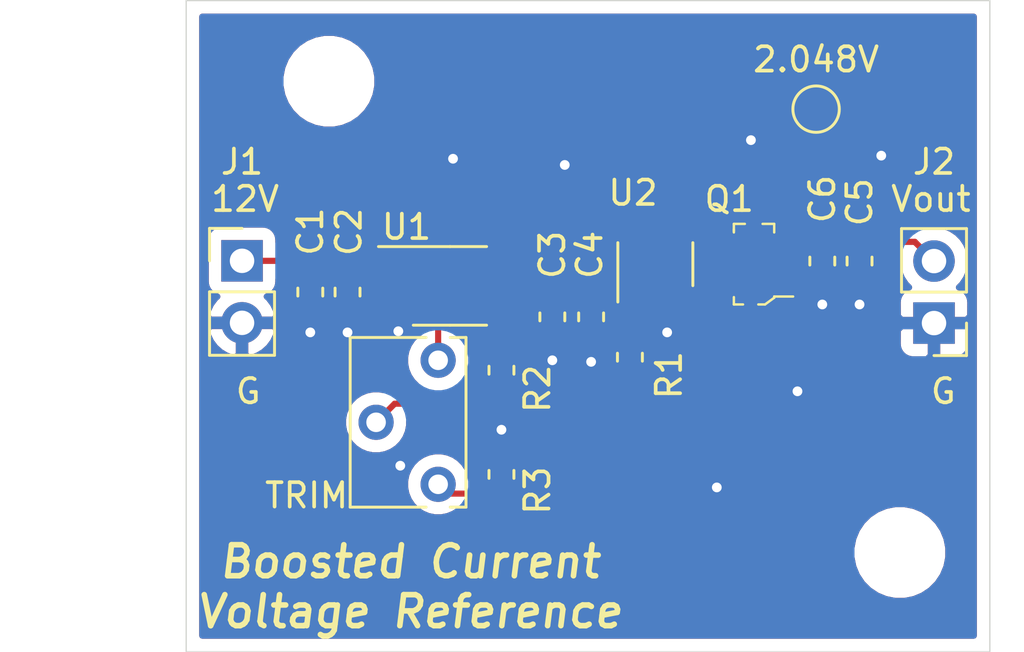
<source format=kicad_pcb>
(kicad_pcb (version 20171130) (host pcbnew 5.1.6-c6e7f7d~87~ubuntu18.04.1)

  (general
    (thickness 1.6)
    (drawings 11)
    (tracks 73)
    (zones 0)
    (modules 18)
    (nets 14)
  )

  (page A4)
  (layers
    (0 F.Cu signal)
    (31 B.Cu signal)
    (32 B.Adhes user)
    (33 F.Adhes user)
    (34 B.Paste user)
    (35 F.Paste user)
    (36 B.SilkS user)
    (37 F.SilkS user)
    (38 B.Mask user)
    (39 F.Mask user)
    (40 Dwgs.User user)
    (41 Cmts.User user)
    (42 Eco1.User user)
    (43 Eco2.User user hide)
    (44 Edge.Cuts user)
    (45 Margin user)
    (46 B.CrtYd user)
    (47 F.CrtYd user)
    (48 B.Fab user)
    (49 F.Fab user hide)
  )

  (setup
    (last_trace_width 0.25)
    (user_trace_width 0.1524)
    (user_trace_width 0.254)
    (user_trace_width 0.381)
    (user_trace_width 0.508)
    (user_trace_width 0.635)
    (trace_clearance 0.2)
    (zone_clearance 0.508)
    (zone_45_only no)
    (trace_min 0.2)
    (via_size 0.8)
    (via_drill 0.4)
    (via_min_size 0.4)
    (via_min_drill 0.3)
    (uvia_size 0.3)
    (uvia_drill 0.1)
    (uvias_allowed no)
    (uvia_min_size 0.2)
    (uvia_min_drill 0.1)
    (edge_width 0.05)
    (segment_width 0.2)
    (pcb_text_width 0.3)
    (pcb_text_size 1.5 1.5)
    (mod_edge_width 0.12)
    (mod_text_size 1 1)
    (mod_text_width 0.15)
    (pad_size 1.524 1.524)
    (pad_drill 0.762)
    (pad_to_mask_clearance 0.05)
    (aux_axis_origin 0 0)
    (visible_elements FFFFFF7F)
    (pcbplotparams
      (layerselection 0x010fc_ffffffff)
      (usegerberextensions false)
      (usegerberattributes true)
      (usegerberadvancedattributes true)
      (creategerberjobfile true)
      (excludeedgelayer true)
      (linewidth 0.100000)
      (plotframeref false)
      (viasonmask false)
      (mode 1)
      (useauxorigin false)
      (hpglpennumber 1)
      (hpglpenspeed 20)
      (hpglpendiameter 15.000000)
      (psnegative false)
      (psa4output false)
      (plotreference true)
      (plotvalue true)
      (plotinvisibletext false)
      (padsonsilk false)
      (subtractmaskfromsilk false)
      (outputformat 1)
      (mirror false)
      (drillshape 0)
      (scaleselection 1)
      (outputdirectory "../production/gerbers"))
  )

  (net 0 "")
  (net 1 GND)
  (net 2 /Vout)
  (net 3 "Net-(U1-Pad8)")
  (net 4 +12V)
  (net 5 "Net-(U1-Pad7)")
  (net 6 "Net-(U1-Pad3)")
  (net 7 "Net-(U1-Pad1)")
  (net 8 "Net-(Q1-Pad1)")
  (net 9 "Net-(R1-Pad1)")
  (net 10 "Net-(C3-Pad2)")
  (net 11 "Net-(R2-Pad2)")
  (net 12 "Net-(R2-Pad1)")
  (net 13 "Net-(R3-Pad1)")

  (net_class Default "This is the default net class."
    (clearance 0.2)
    (trace_width 0.25)
    (via_dia 0.8)
    (via_drill 0.4)
    (uvia_dia 0.3)
    (uvia_drill 0.1)
    (add_net +12V)
    (add_net /Vout)
    (add_net GND)
    (add_net "Net-(C3-Pad2)")
    (add_net "Net-(Q1-Pad1)")
    (add_net "Net-(R1-Pad1)")
    (add_net "Net-(R2-Pad1)")
    (add_net "Net-(R2-Pad2)")
    (add_net "Net-(R3-Pad1)")
    (add_net "Net-(U1-Pad1)")
    (add_net "Net-(U1-Pad3)")
    (add_net "Net-(U1-Pad7)")
    (add_net "Net-(U1-Pad8)")
  )

  (module Potentiometer_THT:Potentiometer_Bourns_3266W_Vertical (layer F.Cu) (tedit 5A3D4994) (tstamp 61C15941)
    (at 153.8224 103.632 270)
    (descr "Potentiometer, vertical, Bourns 3266W, https://www.bourns.com/docs/Product-Datasheets/3266.pdf")
    (tags "Potentiometer vertical Bourns 3266W")
    (path /61C3FBC8)
    (fp_text reference TRIM (at 0.4572 5.3848 180) (layer F.SilkS)
      (effects (font (size 1 1) (thickness 0.15)))
    )
    (fp_text value 10K (at -2.54 4.73 90) (layer F.Fab)
      (effects (font (size 1 1) (thickness 0.15)))
    )
    (fp_text user %R (at -3.175 1.23 90) (layer F.Fab)
      (effects (font (size 0.91 0.91) (thickness 0.15)))
    )
    (fp_circle (center -0.455 2.21) (end 0.435 2.21) (layer F.Fab) (width 0.1))
    (fp_line (start -5.895 -1.02) (end -5.895 3.48) (layer F.Fab) (width 0.1))
    (fp_line (start -5.895 3.48) (end 0.815 3.48) (layer F.Fab) (width 0.1))
    (fp_line (start 0.815 3.48) (end 0.815 -1.02) (layer F.Fab) (width 0.1))
    (fp_line (start 0.815 -1.02) (end -5.895 -1.02) (layer F.Fab) (width 0.1))
    (fp_line (start -0.455 3.092) (end -0.454 1.329) (layer F.Fab) (width 0.1))
    (fp_line (start -0.455 3.092) (end -0.454 1.329) (layer F.Fab) (width 0.1))
    (fp_line (start -6.015 -1.14) (end 0.935 -1.14) (layer F.SilkS) (width 0.12))
    (fp_line (start -6.015 3.6) (end 0.935 3.6) (layer F.SilkS) (width 0.12))
    (fp_line (start -6.015 -1.14) (end -6.015 -0.495) (layer F.SilkS) (width 0.12))
    (fp_line (start -6.015 0.495) (end -6.015 3.6) (layer F.SilkS) (width 0.12))
    (fp_line (start 0.935 -1.14) (end 0.935 -0.495) (layer F.SilkS) (width 0.12))
    (fp_line (start 0.935 0.495) (end 0.935 3.6) (layer F.SilkS) (width 0.12))
    (fp_line (start -6.15 -1.3) (end -6.15 3.75) (layer F.CrtYd) (width 0.05))
    (fp_line (start -6.15 3.75) (end 1.1 3.75) (layer F.CrtYd) (width 0.05))
    (fp_line (start 1.1 3.75) (end 1.1 -1.3) (layer F.CrtYd) (width 0.05))
    (fp_line (start 1.1 -1.3) (end -6.15 -1.3) (layer F.CrtYd) (width 0.05))
    (pad 3 thru_hole circle (at -5.08 0 270) (size 1.44 1.44) (drill 0.8) (layers *.Cu *.Mask)
      (net 10 "Net-(C3-Pad2)"))
    (pad 2 thru_hole circle (at -2.54 2.54 270) (size 1.44 1.44) (drill 0.8) (layers *.Cu *.Mask)
      (net 11 "Net-(R2-Pad2)"))
    (pad 1 thru_hole circle (at 0 0 270) (size 1.44 1.44) (drill 0.8) (layers *.Cu *.Mask)
      (net 13 "Net-(R3-Pad1)"))
    (model ${KISYS3DMOD}/Potentiometer_THT.3dshapes/Potentiometer_Bourns_3266W_Vertical.wrl
      (at (xyz 0 0 0))
      (scale (xyz 1 1 1))
      (rotate (xyz 0 0 0))
    )
  )

  (module Resistor_SMD:R_0603_1608Metric (layer F.Cu) (tedit 5B301BBD) (tstamp 61C14C19)
    (at 156.4132 103.2256 90)
    (descr "Resistor SMD 0603 (1608 Metric), square (rectangular) end terminal, IPC_7351 nominal, (Body size source: http://www.tortai-tech.com/upload/download/2011102023233369053.pdf), generated with kicad-footprint-generator")
    (tags resistor)
    (path /61C42E62)
    (attr smd)
    (fp_text reference R3 (at -0.6604 1.4732 270) (layer F.SilkS)
      (effects (font (size 1 1) (thickness 0.15)))
    )
    (fp_text value 10K (at 0 1.43 90) (layer F.Fab)
      (effects (font (size 1 1) (thickness 0.15)))
    )
    (fp_text user %R (at 0 0 90) (layer F.Fab)
      (effects (font (size 0.4 0.4) (thickness 0.06)))
    )
    (fp_line (start -0.8 0.4) (end -0.8 -0.4) (layer F.Fab) (width 0.1))
    (fp_line (start -0.8 -0.4) (end 0.8 -0.4) (layer F.Fab) (width 0.1))
    (fp_line (start 0.8 -0.4) (end 0.8 0.4) (layer F.Fab) (width 0.1))
    (fp_line (start 0.8 0.4) (end -0.8 0.4) (layer F.Fab) (width 0.1))
    (fp_line (start -0.162779 -0.51) (end 0.162779 -0.51) (layer F.SilkS) (width 0.12))
    (fp_line (start -0.162779 0.51) (end 0.162779 0.51) (layer F.SilkS) (width 0.12))
    (fp_line (start -1.48 0.73) (end -1.48 -0.73) (layer F.CrtYd) (width 0.05))
    (fp_line (start -1.48 -0.73) (end 1.48 -0.73) (layer F.CrtYd) (width 0.05))
    (fp_line (start 1.48 -0.73) (end 1.48 0.73) (layer F.CrtYd) (width 0.05))
    (fp_line (start 1.48 0.73) (end -1.48 0.73) (layer F.CrtYd) (width 0.05))
    (pad 2 smd roundrect (at 0.7875 0 90) (size 0.875 0.95) (layers F.Cu F.Paste F.Mask) (roundrect_rratio 0.25)
      (net 1 GND))
    (pad 1 smd roundrect (at -0.7875 0 90) (size 0.875 0.95) (layers F.Cu F.Paste F.Mask) (roundrect_rratio 0.25)
      (net 13 "Net-(R3-Pad1)"))
    (model ${KISYS3DMOD}/Resistor_SMD.3dshapes/R_0603_1608Metric.wrl
      (at (xyz 0 0 0))
      (scale (xyz 1 1 1))
      (rotate (xyz 0 0 0))
    )
  )

  (module Resistor_SMD:R_0603_1608Metric (layer F.Cu) (tedit 5B301BBD) (tstamp 61C14C08)
    (at 156.4132 98.9584 270)
    (descr "Resistor SMD 0603 (1608 Metric), square (rectangular) end terminal, IPC_7351 nominal, (Body size source: http://www.tortai-tech.com/upload/download/2011102023233369053.pdf), generated with kicad-footprint-generator")
    (tags resistor)
    (path /61C42443)
    (attr smd)
    (fp_text reference R2 (at 0.762 -1.4732 270) (layer F.SilkS)
      (effects (font (size 1 1) (thickness 0.15)))
    )
    (fp_text value 470K (at 0 1.43 90) (layer F.Fab)
      (effects (font (size 1 1) (thickness 0.15)))
    )
    (fp_text user %R (at 0 0 90) (layer F.Fab)
      (effects (font (size 0.4 0.4) (thickness 0.06)))
    )
    (fp_line (start -0.8 0.4) (end -0.8 -0.4) (layer F.Fab) (width 0.1))
    (fp_line (start -0.8 -0.4) (end 0.8 -0.4) (layer F.Fab) (width 0.1))
    (fp_line (start 0.8 -0.4) (end 0.8 0.4) (layer F.Fab) (width 0.1))
    (fp_line (start 0.8 0.4) (end -0.8 0.4) (layer F.Fab) (width 0.1))
    (fp_line (start -0.162779 -0.51) (end 0.162779 -0.51) (layer F.SilkS) (width 0.12))
    (fp_line (start -0.162779 0.51) (end 0.162779 0.51) (layer F.SilkS) (width 0.12))
    (fp_line (start -1.48 0.73) (end -1.48 -0.73) (layer F.CrtYd) (width 0.05))
    (fp_line (start -1.48 -0.73) (end 1.48 -0.73) (layer F.CrtYd) (width 0.05))
    (fp_line (start 1.48 -0.73) (end 1.48 0.73) (layer F.CrtYd) (width 0.05))
    (fp_line (start 1.48 0.73) (end -1.48 0.73) (layer F.CrtYd) (width 0.05))
    (pad 2 smd roundrect (at 0.7875 0 270) (size 0.875 0.95) (layers F.Cu F.Paste F.Mask) (roundrect_rratio 0.25)
      (net 11 "Net-(R2-Pad2)"))
    (pad 1 smd roundrect (at -0.7875 0 270) (size 0.875 0.95) (layers F.Cu F.Paste F.Mask) (roundrect_rratio 0.25)
      (net 12 "Net-(R2-Pad1)"))
    (model ${KISYS3DMOD}/Resistor_SMD.3dshapes/R_0603_1608Metric.wrl
      (at (xyz 0 0 0))
      (scale (xyz 1 1 1))
      (rotate (xyz 0 0 0))
    )
  )

  (module TestPoint:TestPoint_Pad_D1.5mm (layer F.Cu) (tedit 5A0F774F) (tstamp 61B2608A)
    (at 169.291 88.265)
    (descr "SMD pad as test Point, diameter 1.5mm")
    (tags "test point SMD pad")
    (path /61B3BEB2)
    (attr virtual)
    (fp_text reference 2.048V (at 0 -2.032) (layer F.SilkS)
      (effects (font (size 1 1) (thickness 0.15)))
    )
    (fp_text value TestPoint (at 0 1.75) (layer F.Fab)
      (effects (font (size 1 1) (thickness 0.15)))
    )
    (fp_circle (center 0 0) (end 1.25 0) (layer F.CrtYd) (width 0.05))
    (fp_circle (center 0 0) (end 0 0.95) (layer F.SilkS) (width 0.12))
    (fp_text user %R (at 0 -1.65) (layer F.Fab)
      (effects (font (size 1 1) (thickness 0.15)))
    )
    (pad 1 smd circle (at 0 0) (size 1.5 1.5) (layers F.Cu F.Mask)
      (net 2 /Vout))
  )

  (module Connector_PinHeader_2.54mm:PinHeader_1x02_P2.54mm_Vertical (layer F.Cu) (tedit 59FED5CC) (tstamp 61B25069)
    (at 174.117 97.028 180)
    (descr "Through hole straight pin header, 1x02, 2.54mm pitch, single row")
    (tags "Through hole pin header THT 1x02 2.54mm single row")
    (path /61B27905)
    (fp_text reference J2 (at 0 6.604) (layer F.SilkS)
      (effects (font (size 1 1) (thickness 0.15)))
    )
    (fp_text value Conn_01x02 (at 0 4.87) (layer F.Fab)
      (effects (font (size 1 1) (thickness 0.15)))
    )
    (fp_line (start -0.635 -1.27) (end 1.27 -1.27) (layer F.Fab) (width 0.1))
    (fp_line (start 1.27 -1.27) (end 1.27 3.81) (layer F.Fab) (width 0.1))
    (fp_line (start 1.27 3.81) (end -1.27 3.81) (layer F.Fab) (width 0.1))
    (fp_line (start -1.27 3.81) (end -1.27 -0.635) (layer F.Fab) (width 0.1))
    (fp_line (start -1.27 -0.635) (end -0.635 -1.27) (layer F.Fab) (width 0.1))
    (fp_line (start -1.33 3.87) (end 1.33 3.87) (layer F.SilkS) (width 0.12))
    (fp_line (start -1.33 1.27) (end -1.33 3.87) (layer F.SilkS) (width 0.12))
    (fp_line (start 1.33 1.27) (end 1.33 3.87) (layer F.SilkS) (width 0.12))
    (fp_line (start -1.33 1.27) (end 1.33 1.27) (layer F.SilkS) (width 0.12))
    (fp_line (start -1.33 0) (end -1.33 -1.33) (layer F.SilkS) (width 0.12))
    (fp_line (start -1.33 -1.33) (end 0 -1.33) (layer F.SilkS) (width 0.12))
    (fp_line (start -1.8 -1.8) (end -1.8 4.35) (layer F.CrtYd) (width 0.05))
    (fp_line (start -1.8 4.35) (end 1.8 4.35) (layer F.CrtYd) (width 0.05))
    (fp_line (start 1.8 4.35) (end 1.8 -1.8) (layer F.CrtYd) (width 0.05))
    (fp_line (start 1.8 -1.8) (end -1.8 -1.8) (layer F.CrtYd) (width 0.05))
    (fp_text user %R (at 0 1.27 90) (layer F.Fab)
      (effects (font (size 1 1) (thickness 0.15)))
    )
    (pad 2 thru_hole oval (at 0 2.54 180) (size 1.7 1.7) (drill 1) (layers *.Cu *.Mask)
      (net 2 /Vout))
    (pad 1 thru_hole rect (at 0 0 180) (size 1.7 1.7) (drill 1) (layers *.Cu *.Mask)
      (net 1 GND))
  )

  (module Connector_PinHeader_2.54mm:PinHeader_1x02_P2.54mm_Vertical (layer F.Cu) (tedit 59FED5CC) (tstamp 61B25053)
    (at 145.796 94.478)
    (descr "Through hole straight pin header, 1x02, 2.54mm pitch, single row")
    (tags "Through hole pin header THT 1x02 2.54mm single row")
    (path /61B274EA)
    (fp_text reference J1 (at 0 -4.054) (layer F.SilkS)
      (effects (font (size 1 1) (thickness 0.15)))
    )
    (fp_text value Conn_01x02 (at 0 4.87) (layer F.Fab)
      (effects (font (size 1 1) (thickness 0.15)))
    )
    (fp_line (start -0.635 -1.27) (end 1.27 -1.27) (layer F.Fab) (width 0.1))
    (fp_line (start 1.27 -1.27) (end 1.27 3.81) (layer F.Fab) (width 0.1))
    (fp_line (start 1.27 3.81) (end -1.27 3.81) (layer F.Fab) (width 0.1))
    (fp_line (start -1.27 3.81) (end -1.27 -0.635) (layer F.Fab) (width 0.1))
    (fp_line (start -1.27 -0.635) (end -0.635 -1.27) (layer F.Fab) (width 0.1))
    (fp_line (start -1.33 3.87) (end 1.33 3.87) (layer F.SilkS) (width 0.12))
    (fp_line (start -1.33 1.27) (end -1.33 3.87) (layer F.SilkS) (width 0.12))
    (fp_line (start 1.33 1.27) (end 1.33 3.87) (layer F.SilkS) (width 0.12))
    (fp_line (start -1.33 1.27) (end 1.33 1.27) (layer F.SilkS) (width 0.12))
    (fp_line (start -1.33 0) (end -1.33 -1.33) (layer F.SilkS) (width 0.12))
    (fp_line (start -1.33 -1.33) (end 0 -1.33) (layer F.SilkS) (width 0.12))
    (fp_line (start -1.8 -1.8) (end -1.8 4.35) (layer F.CrtYd) (width 0.05))
    (fp_line (start -1.8 4.35) (end 1.8 4.35) (layer F.CrtYd) (width 0.05))
    (fp_line (start 1.8 4.35) (end 1.8 -1.8) (layer F.CrtYd) (width 0.05))
    (fp_line (start 1.8 -1.8) (end -1.8 -1.8) (layer F.CrtYd) (width 0.05))
    (fp_text user %R (at 0 1.27 90) (layer F.Fab)
      (effects (font (size 1 1) (thickness 0.15)))
    )
    (pad 2 thru_hole oval (at 0 2.54) (size 1.7 1.7) (drill 1) (layers *.Cu *.Mask)
      (net 1 GND))
    (pad 1 thru_hole rect (at 0 0) (size 1.7 1.7) (drill 1) (layers *.Cu *.Mask)
      (net 4 +12V))
  )

  (module Package_TO_SOT_SMD:TSOT-23-5 (layer F.Cu) (tedit 5A02FF57) (tstamp 61B0FF4B)
    (at 162.687 94.615 90)
    (descr "5-pin TSOT23 package, http://cds.linear.com/docs/en/packaging/SOT_5_05-08-1635.pdf")
    (tags TSOT-23-5)
    (path /61B13CB9)
    (attr smd)
    (fp_text reference U2 (at 2.921 -0.889 180) (layer F.SilkS)
      (effects (font (size 1 1) (thickness 0.15)))
    )
    (fp_text value AD8603 (at 0 2.5 90) (layer F.Fab)
      (effects (font (size 1 1) (thickness 0.15)))
    )
    (fp_line (start 2.17 1.7) (end -2.17 1.7) (layer F.CrtYd) (width 0.05))
    (fp_line (start 2.17 1.7) (end 2.17 -1.7) (layer F.CrtYd) (width 0.05))
    (fp_line (start -2.17 -1.7) (end -2.17 1.7) (layer F.CrtYd) (width 0.05))
    (fp_line (start -2.17 -1.7) (end 2.17 -1.7) (layer F.CrtYd) (width 0.05))
    (fp_line (start 0.88 -1.45) (end 0.88 1.45) (layer F.Fab) (width 0.1))
    (fp_line (start 0.88 1.45) (end -0.88 1.45) (layer F.Fab) (width 0.1))
    (fp_line (start -0.88 -1) (end -0.88 1.45) (layer F.Fab) (width 0.1))
    (fp_line (start 0.88 -1.45) (end -0.43 -1.45) (layer F.Fab) (width 0.1))
    (fp_line (start -0.88 -1) (end -0.43 -1.45) (layer F.Fab) (width 0.1))
    (fp_line (start 0.88 -1.51) (end -1.55 -1.51) (layer F.SilkS) (width 0.12))
    (fp_line (start -0.88 1.56) (end 0.88 1.56) (layer F.SilkS) (width 0.12))
    (fp_text user %R (at 0 0) (layer F.Fab)
      (effects (font (size 0.5 0.5) (thickness 0.075)))
    )
    (pad 5 smd rect (at 1.31 -0.95 90) (size 1.22 0.65) (layers F.Cu F.Paste F.Mask)
      (net 4 +12V))
    (pad 4 smd rect (at 1.31 0.95 90) (size 1.22 0.65) (layers F.Cu F.Paste F.Mask)
      (net 2 /Vout))
    (pad 3 smd rect (at -1.31 0.95 90) (size 1.22 0.65) (layers F.Cu F.Paste F.Mask)
      (net 10 "Net-(C3-Pad2)"))
    (pad 2 smd rect (at -1.31 0 90) (size 1.22 0.65) (layers F.Cu F.Paste F.Mask)
      (net 1 GND))
    (pad 1 smd rect (at -1.31 -0.95 90) (size 1.22 0.65) (layers F.Cu F.Paste F.Mask)
      (net 9 "Net-(R1-Pad1)"))
    (model ${KISYS3DMOD}/Package_TO_SOT_SMD.3dshapes/TSOT-23-5.wrl
      (at (xyz 0 0 0))
      (scale (xyz 1 1 1))
      (rotate (xyz 0 0 0))
    )
  )

  (module digikey-footprints:SOT-23-3 (layer F.Cu) (tedit 5D28A5E3) (tstamp 61B0FEF4)
    (at 166.751 94.615 180)
    (path /61B22FCF)
    (attr smd)
    (fp_text reference Q1 (at 1.016 2.667) (layer F.SilkS)
      (effects (font (size 1 1) (thickness 0.15)))
    )
    (fp_text value 2N7002 (at 0.025 3.25) (layer F.Fab)
      (effects (font (size 1 1) (thickness 0.15)))
    )
    (fp_line (start 0.7 1.52) (end 0.7 -1.52) (layer F.Fab) (width 0.1))
    (fp_line (start -0.7 1.52) (end 0.7 1.52) (layer F.Fab) (width 0.1))
    (fp_line (start 0.825 -1.65) (end 0.825 -1.35) (layer F.SilkS) (width 0.1))
    (fp_line (start 0.45 -1.65) (end 0.825 -1.65) (layer F.SilkS) (width 0.1))
    (fp_line (start 0.825 1.65) (end 0.375 1.65) (layer F.SilkS) (width 0.1))
    (fp_line (start 0.825 1.35) (end 0.825 1.65) (layer F.SilkS) (width 0.1))
    (fp_line (start 0.825 1.425) (end 0.825 1.3) (layer F.SilkS) (width 0.1))
    (fp_line (start -0.825 1.65) (end -0.825 1.3) (layer F.SilkS) (width 0.1))
    (fp_line (start -0.35 1.65) (end -0.825 1.65) (layer F.SilkS) (width 0.1))
    (fp_line (start -0.425 -1.525) (end -0.7 -1.325) (layer F.Fab) (width 0.1))
    (fp_line (start -0.425 -1.525) (end 0.7 -1.525) (layer F.Fab) (width 0.1))
    (fp_line (start -0.7 -1.325) (end -0.7 1.525) (layer F.Fab) (width 0.1))
    (fp_line (start -0.825 -1.325) (end -1.6 -1.325) (layer F.SilkS) (width 0.1))
    (fp_line (start -0.825 -1.375) (end -0.825 -1.325) (layer F.SilkS) (width 0.1))
    (fp_line (start -0.45 -1.65) (end -0.825 -1.375) (layer F.SilkS) (width 0.1))
    (fp_line (start -0.175 -1.65) (end -0.45 -1.65) (layer F.SilkS) (width 0.1))
    (fp_line (start 1.825 -1.95) (end 1.825 1.95) (layer F.CrtYd) (width 0.05))
    (fp_line (start 1.825 1.95) (end -1.825 1.95) (layer F.CrtYd) (width 0.05))
    (fp_line (start -1.825 -1.95) (end -1.825 1.95) (layer F.CrtYd) (width 0.05))
    (fp_line (start -1.825 -1.95) (end 1.825 -1.95) (layer F.CrtYd) (width 0.05))
    (fp_text user %R (at -0.125 0.15) (layer F.Fab)
      (effects (font (size 0.25 0.25) (thickness 0.05)))
    )
    (pad 1 smd rect (at -1.05 -0.95 180) (size 1.3 0.6) (layers F.Cu F.Paste F.Mask)
      (net 8 "Net-(Q1-Pad1)") (solder_mask_margin 0.07))
    (pad 2 smd rect (at -1.05 0.95 180) (size 1.3 0.6) (layers F.Cu F.Paste F.Mask)
      (net 2 /Vout) (solder_mask_margin 0.07))
    (pad 3 smd rect (at 1.05 0 180) (size 1.3 0.6) (layers F.Cu F.Paste F.Mask)
      (net 4 +12V) (solder_mask_margin 0.07))
    (model ${KISYS3DMOD}/Package_TO_SOT_SMD.3dshapes/SOT-23.wrl
      (at (xyz 0 0 0))
      (scale (xyz 1 1 1))
      (rotate (xyz 0 0 0))
    )
  )

  (module Capacitor_SMD:C_0603_1608Metric (layer F.Cu) (tedit 5B301BBE) (tstamp 61B0FE8E)
    (at 169.545 94.488 270)
    (descr "Capacitor SMD 0603 (1608 Metric), square (rectangular) end terminal, IPC_7351 nominal, (Body size source: http://www.tortai-tech.com/upload/download/2011102023233369053.pdf), generated with kicad-footprint-generator")
    (tags capacitor)
    (path /61B44716)
    (attr smd)
    (fp_text reference C6 (at -2.54 0 90) (layer F.SilkS)
      (effects (font (size 1 1) (thickness 0.15)))
    )
    (fp_text value 100nF (at 0 1.43 90) (layer F.Fab)
      (effects (font (size 1 1) (thickness 0.15)))
    )
    (fp_line (start 1.48 0.73) (end -1.48 0.73) (layer F.CrtYd) (width 0.05))
    (fp_line (start 1.48 -0.73) (end 1.48 0.73) (layer F.CrtYd) (width 0.05))
    (fp_line (start -1.48 -0.73) (end 1.48 -0.73) (layer F.CrtYd) (width 0.05))
    (fp_line (start -1.48 0.73) (end -1.48 -0.73) (layer F.CrtYd) (width 0.05))
    (fp_line (start -0.162779 0.51) (end 0.162779 0.51) (layer F.SilkS) (width 0.12))
    (fp_line (start -0.162779 -0.51) (end 0.162779 -0.51) (layer F.SilkS) (width 0.12))
    (fp_line (start 0.8 0.4) (end -0.8 0.4) (layer F.Fab) (width 0.1))
    (fp_line (start 0.8 -0.4) (end 0.8 0.4) (layer F.Fab) (width 0.1))
    (fp_line (start -0.8 -0.4) (end 0.8 -0.4) (layer F.Fab) (width 0.1))
    (fp_line (start -0.8 0.4) (end -0.8 -0.4) (layer F.Fab) (width 0.1))
    (fp_text user %R (at 0 0 90) (layer F.Fab)
      (effects (font (size 0.4 0.4) (thickness 0.06)))
    )
    (pad 2 smd roundrect (at 0.7875 0 270) (size 0.875 0.95) (layers F.Cu F.Paste F.Mask) (roundrect_rratio 0.25)
      (net 1 GND))
    (pad 1 smd roundrect (at -0.7875 0 270) (size 0.875 0.95) (layers F.Cu F.Paste F.Mask) (roundrect_rratio 0.25)
      (net 2 /Vout))
    (model ${KISYS3DMOD}/Capacitor_SMD.3dshapes/C_0603_1608Metric.wrl
      (at (xyz 0 0 0))
      (scale (xyz 1 1 1))
      (rotate (xyz 0 0 0))
    )
  )

  (module Capacitor_SMD:C_0603_1608Metric (layer F.Cu) (tedit 5B301BBE) (tstamp 61B0FE5D)
    (at 171.069 94.488 270)
    (descr "Capacitor SMD 0603 (1608 Metric), square (rectangular) end terminal, IPC_7351 nominal, (Body size source: http://www.tortai-tech.com/upload/download/2011102023233369053.pdf), generated with kicad-footprint-generator")
    (tags capacitor)
    (path /61B4663A)
    (attr smd)
    (fp_text reference C5 (at -2.413 0 90) (layer F.SilkS)
      (effects (font (size 1 1) (thickness 0.15)))
    )
    (fp_text value 1uF (at 0 1.43 90) (layer F.Fab)
      (effects (font (size 1 1) (thickness 0.15)))
    )
    (fp_line (start 1.48 0.73) (end -1.48 0.73) (layer F.CrtYd) (width 0.05))
    (fp_line (start 1.48 -0.73) (end 1.48 0.73) (layer F.CrtYd) (width 0.05))
    (fp_line (start -1.48 -0.73) (end 1.48 -0.73) (layer F.CrtYd) (width 0.05))
    (fp_line (start -1.48 0.73) (end -1.48 -0.73) (layer F.CrtYd) (width 0.05))
    (fp_line (start -0.162779 0.51) (end 0.162779 0.51) (layer F.SilkS) (width 0.12))
    (fp_line (start -0.162779 -0.51) (end 0.162779 -0.51) (layer F.SilkS) (width 0.12))
    (fp_line (start 0.8 0.4) (end -0.8 0.4) (layer F.Fab) (width 0.1))
    (fp_line (start 0.8 -0.4) (end 0.8 0.4) (layer F.Fab) (width 0.1))
    (fp_line (start -0.8 -0.4) (end 0.8 -0.4) (layer F.Fab) (width 0.1))
    (fp_line (start -0.8 0.4) (end -0.8 -0.4) (layer F.Fab) (width 0.1))
    (fp_text user %R (at 0 0 90) (layer F.Fab)
      (effects (font (size 0.4 0.4) (thickness 0.06)))
    )
    (pad 2 smd roundrect (at 0.7875 0 270) (size 0.875 0.95) (layers F.Cu F.Paste F.Mask) (roundrect_rratio 0.25)
      (net 1 GND))
    (pad 1 smd roundrect (at -0.7875 0 270) (size 0.875 0.95) (layers F.Cu F.Paste F.Mask) (roundrect_rratio 0.25)
      (net 2 /Vout))
    (model ${KISYS3DMOD}/Capacitor_SMD.3dshapes/C_0603_1608Metric.wrl
      (at (xyz 0 0 0))
      (scale (xyz 1 1 1))
      (rotate (xyz 0 0 0))
    )
  )

  (module Capacitor_SMD:C_0603_1608Metric (layer F.Cu) (tedit 5B301BBE) (tstamp 61B0FE2C)
    (at 158.496 96.774 90)
    (descr "Capacitor SMD 0603 (1608 Metric), square (rectangular) end terminal, IPC_7351 nominal, (Body size source: http://www.tortai-tech.com/upload/download/2011102023233369053.pdf), generated with kicad-footprint-generator")
    (tags capacitor)
    (path /61B73440)
    (attr smd)
    (fp_text reference C3 (at 2.54 0 90) (layer F.SilkS)
      (effects (font (size 1 1) (thickness 0.15)))
    )
    (fp_text value 100nF (at 0 1.43 90) (layer F.Fab)
      (effects (font (size 1 1) (thickness 0.15)))
    )
    (fp_line (start 1.48 0.73) (end -1.48 0.73) (layer F.CrtYd) (width 0.05))
    (fp_line (start 1.48 -0.73) (end 1.48 0.73) (layer F.CrtYd) (width 0.05))
    (fp_line (start -1.48 -0.73) (end 1.48 -0.73) (layer F.CrtYd) (width 0.05))
    (fp_line (start -1.48 0.73) (end -1.48 -0.73) (layer F.CrtYd) (width 0.05))
    (fp_line (start -0.162779 0.51) (end 0.162779 0.51) (layer F.SilkS) (width 0.12))
    (fp_line (start -0.162779 -0.51) (end 0.162779 -0.51) (layer F.SilkS) (width 0.12))
    (fp_line (start 0.8 0.4) (end -0.8 0.4) (layer F.Fab) (width 0.1))
    (fp_line (start 0.8 -0.4) (end 0.8 0.4) (layer F.Fab) (width 0.1))
    (fp_line (start -0.8 -0.4) (end 0.8 -0.4) (layer F.Fab) (width 0.1))
    (fp_line (start -0.8 0.4) (end -0.8 -0.4) (layer F.Fab) (width 0.1))
    (fp_text user %R (at 0 0 90) (layer F.Fab)
      (effects (font (size 0.4 0.4) (thickness 0.06)))
    )
    (pad 2 smd roundrect (at 0.7875 0 90) (size 0.875 0.95) (layers F.Cu F.Paste F.Mask) (roundrect_rratio 0.25)
      (net 10 "Net-(C3-Pad2)"))
    (pad 1 smd roundrect (at -0.7875 0 90) (size 0.875 0.95) (layers F.Cu F.Paste F.Mask) (roundrect_rratio 0.25)
      (net 1 GND))
    (model ${KISYS3DMOD}/Capacitor_SMD.3dshapes/C_0603_1608Metric.wrl
      (at (xyz 0 0 0))
      (scale (xyz 1 1 1))
      (rotate (xyz 0 0 0))
    )
  )

  (module Capacitor_SMD:C_0603_1608Metric (layer F.Cu) (tedit 5B301BBE) (tstamp 61AC6CEC)
    (at 148.59 95.758 270)
    (descr "Capacitor SMD 0603 (1608 Metric), square (rectangular) end terminal, IPC_7351 nominal, (Body size source: http://www.tortai-tech.com/upload/download/2011102023233369053.pdf), generated with kicad-footprint-generator")
    (tags capacitor)
    (path /61C73F2E)
    (attr smd)
    (fp_text reference C1 (at -2.4765 0 90) (layer F.SilkS)
      (effects (font (size 1 1) (thickness 0.15)))
    )
    (fp_text value 1uF (at 0 1.43 90) (layer F.Fab)
      (effects (font (size 1 1) (thickness 0.15)))
    )
    (fp_line (start -0.8 0.4) (end -0.8 -0.4) (layer F.Fab) (width 0.1))
    (fp_line (start -0.8 -0.4) (end 0.8 -0.4) (layer F.Fab) (width 0.1))
    (fp_line (start 0.8 -0.4) (end 0.8 0.4) (layer F.Fab) (width 0.1))
    (fp_line (start 0.8 0.4) (end -0.8 0.4) (layer F.Fab) (width 0.1))
    (fp_line (start -0.162779 -0.51) (end 0.162779 -0.51) (layer F.SilkS) (width 0.12))
    (fp_line (start -0.162779 0.51) (end 0.162779 0.51) (layer F.SilkS) (width 0.12))
    (fp_line (start -1.48 0.73) (end -1.48 -0.73) (layer F.CrtYd) (width 0.05))
    (fp_line (start -1.48 -0.73) (end 1.48 -0.73) (layer F.CrtYd) (width 0.05))
    (fp_line (start 1.48 -0.73) (end 1.48 0.73) (layer F.CrtYd) (width 0.05))
    (fp_line (start 1.48 0.73) (end -1.48 0.73) (layer F.CrtYd) (width 0.05))
    (fp_text user %R (at 0 0 90) (layer F.Fab)
      (effects (font (size 0.4 0.4) (thickness 0.06)))
    )
    (pad 2 smd roundrect (at 0.7875 0 270) (size 0.875 0.95) (layers F.Cu F.Paste F.Mask) (roundrect_rratio 0.25)
      (net 1 GND))
    (pad 1 smd roundrect (at -0.7875 0 270) (size 0.875 0.95) (layers F.Cu F.Paste F.Mask) (roundrect_rratio 0.25)
      (net 4 +12V))
    (model ${KISYS3DMOD}/Capacitor_SMD.3dshapes/C_0603_1608Metric.wrl
      (at (xyz 0 0 0))
      (scale (xyz 1 1 1))
      (rotate (xyz 0 0 0))
    )
  )

  (module Capacitor_SMD:C_0603_1608Metric (layer F.Cu) (tedit 5B301BBE) (tstamp 61AC4766)
    (at 160.0835 96.774 270)
    (descr "Capacitor SMD 0603 (1608 Metric), square (rectangular) end terminal, IPC_7351 nominal, (Body size source: http://www.tortai-tech.com/upload/download/2011102023233369053.pdf), generated with kicad-footprint-generator")
    (tags capacitor)
    (path /61C21658)
    (attr smd)
    (fp_text reference C4 (at -2.54 0.0635 90) (layer F.SilkS)
      (effects (font (size 1 1) (thickness 0.15)))
    )
    (fp_text value 1uF (at 0 1.43 90) (layer F.Fab)
      (effects (font (size 1 1) (thickness 0.15)))
    )
    (fp_line (start -0.8 0.4) (end -0.8 -0.4) (layer F.Fab) (width 0.1))
    (fp_line (start -0.8 -0.4) (end 0.8 -0.4) (layer F.Fab) (width 0.1))
    (fp_line (start 0.8 -0.4) (end 0.8 0.4) (layer F.Fab) (width 0.1))
    (fp_line (start 0.8 0.4) (end -0.8 0.4) (layer F.Fab) (width 0.1))
    (fp_line (start -0.162779 -0.51) (end 0.162779 -0.51) (layer F.SilkS) (width 0.12))
    (fp_line (start -0.162779 0.51) (end 0.162779 0.51) (layer F.SilkS) (width 0.12))
    (fp_line (start -1.48 0.73) (end -1.48 -0.73) (layer F.CrtYd) (width 0.05))
    (fp_line (start -1.48 -0.73) (end 1.48 -0.73) (layer F.CrtYd) (width 0.05))
    (fp_line (start 1.48 -0.73) (end 1.48 0.73) (layer F.CrtYd) (width 0.05))
    (fp_line (start 1.48 0.73) (end -1.48 0.73) (layer F.CrtYd) (width 0.05))
    (fp_text user %R (at 0 0 90) (layer F.Fab)
      (effects (font (size 0.4 0.4) (thickness 0.06)))
    )
    (pad 2 smd roundrect (at 0.7875 0 270) (size 0.875 0.95) (layers F.Cu F.Paste F.Mask) (roundrect_rratio 0.25)
      (net 1 GND))
    (pad 1 smd roundrect (at -0.7875 0 270) (size 0.875 0.95) (layers F.Cu F.Paste F.Mask) (roundrect_rratio 0.25)
      (net 10 "Net-(C3-Pad2)"))
    (model ${KISYS3DMOD}/Capacitor_SMD.3dshapes/C_0603_1608Metric.wrl
      (at (xyz 0 0 0))
      (scale (xyz 1 1 1))
      (rotate (xyz 0 0 0))
    )
  )

  (module Package_SO:MSOP-8_3x3mm_P0.65mm (layer F.Cu) (tedit 5E509FDD) (tstamp 61AB6000)
    (at 154.305 95.504)
    (descr "MSOP, 8 Pin (https://www.jedec.org/system/files/docs/mo-187F.pdf variant AA), generated with kicad-footprint-generator ipc_gullwing_generator.py")
    (tags "MSOP SO")
    (path /61BD40D0)
    (attr smd)
    (fp_text reference U1 (at -1.778 -2.413) (layer F.SilkS)
      (effects (font (size 1 1) (thickness 0.15)))
    )
    (fp_text value ADR420BRZ (at 0 2.45) (layer F.Fab)
      (effects (font (size 1 1) (thickness 0.15)))
    )
    (fp_line (start 0 1.61) (end 1.5 1.61) (layer F.SilkS) (width 0.12))
    (fp_line (start 0 1.61) (end -1.5 1.61) (layer F.SilkS) (width 0.12))
    (fp_line (start 0 -1.61) (end 1.5 -1.61) (layer F.SilkS) (width 0.12))
    (fp_line (start 0 -1.61) (end -2.925 -1.61) (layer F.SilkS) (width 0.12))
    (fp_line (start -0.75 -1.5) (end 1.5 -1.5) (layer F.Fab) (width 0.1))
    (fp_line (start 1.5 -1.5) (end 1.5 1.5) (layer F.Fab) (width 0.1))
    (fp_line (start 1.5 1.5) (end -1.5 1.5) (layer F.Fab) (width 0.1))
    (fp_line (start -1.5 1.5) (end -1.5 -0.75) (layer F.Fab) (width 0.1))
    (fp_line (start -1.5 -0.75) (end -0.75 -1.5) (layer F.Fab) (width 0.1))
    (fp_line (start -3.18 -1.75) (end -3.18 1.75) (layer F.CrtYd) (width 0.05))
    (fp_line (start -3.18 1.75) (end 3.18 1.75) (layer F.CrtYd) (width 0.05))
    (fp_line (start 3.18 1.75) (end 3.18 -1.75) (layer F.CrtYd) (width 0.05))
    (fp_line (start 3.18 -1.75) (end -3.18 -1.75) (layer F.CrtYd) (width 0.05))
    (fp_text user %R (at 0 0) (layer F.Fab)
      (effects (font (size 0.75 0.75) (thickness 0.11)))
    )
    (pad 8 smd roundrect (at 2.1125 -0.975) (size 1.625 0.4) (layers F.Cu F.Paste F.Mask) (roundrect_rratio 0.25)
      (net 3 "Net-(U1-Pad8)"))
    (pad 7 smd roundrect (at 2.1125 -0.325) (size 1.625 0.4) (layers F.Cu F.Paste F.Mask) (roundrect_rratio 0.25)
      (net 5 "Net-(U1-Pad7)"))
    (pad 6 smd roundrect (at 2.1125 0.325) (size 1.625 0.4) (layers F.Cu F.Paste F.Mask) (roundrect_rratio 0.25)
      (net 10 "Net-(C3-Pad2)"))
    (pad 5 smd roundrect (at 2.1125 0.975) (size 1.625 0.4) (layers F.Cu F.Paste F.Mask) (roundrect_rratio 0.25)
      (net 12 "Net-(R2-Pad1)"))
    (pad 4 smd roundrect (at -2.1125 0.975) (size 1.625 0.4) (layers F.Cu F.Paste F.Mask) (roundrect_rratio 0.25)
      (net 1 GND))
    (pad 3 smd roundrect (at -2.1125 0.325) (size 1.625 0.4) (layers F.Cu F.Paste F.Mask) (roundrect_rratio 0.25)
      (net 6 "Net-(U1-Pad3)"))
    (pad 2 smd roundrect (at -2.1125 -0.325) (size 1.625 0.4) (layers F.Cu F.Paste F.Mask) (roundrect_rratio 0.25)
      (net 4 +12V))
    (pad 1 smd roundrect (at -2.1125 -0.975) (size 1.625 0.4) (layers F.Cu F.Paste F.Mask) (roundrect_rratio 0.25)
      (net 7 "Net-(U1-Pad1)"))
    (model ${KISYS3DMOD}/Package_SO.3dshapes/MSOP-8_3x3mm_P0.65mm.wrl
      (at (xyz 0 0 0))
      (scale (xyz 1 1 1))
      (rotate (xyz 0 0 0))
    )
  )

  (module Resistor_SMD:R_0603_1608Metric (layer F.Cu) (tedit 5B301BBD) (tstamp 61AB56D6)
    (at 161.671 98.425 270)
    (descr "Resistor SMD 0603 (1608 Metric), square (rectangular) end terminal, IPC_7351 nominal, (Body size source: http://www.tortai-tech.com/upload/download/2011102023233369053.pdf), generated with kicad-footprint-generator")
    (tags resistor)
    (path /61AEDDC3)
    (attr smd)
    (fp_text reference R1 (at 0.7366 -1.6002 270) (layer F.SilkS)
      (effects (font (size 1 1) (thickness 0.15)))
    )
    (fp_text value 100R (at 0 1.43 90) (layer F.Fab)
      (effects (font (size 1 1) (thickness 0.15)))
    )
    (fp_line (start -0.8 0.4) (end -0.8 -0.4) (layer F.Fab) (width 0.1))
    (fp_line (start -0.8 -0.4) (end 0.8 -0.4) (layer F.Fab) (width 0.1))
    (fp_line (start 0.8 -0.4) (end 0.8 0.4) (layer F.Fab) (width 0.1))
    (fp_line (start 0.8 0.4) (end -0.8 0.4) (layer F.Fab) (width 0.1))
    (fp_line (start -0.162779 -0.51) (end 0.162779 -0.51) (layer F.SilkS) (width 0.12))
    (fp_line (start -0.162779 0.51) (end 0.162779 0.51) (layer F.SilkS) (width 0.12))
    (fp_line (start -1.48 0.73) (end -1.48 -0.73) (layer F.CrtYd) (width 0.05))
    (fp_line (start -1.48 -0.73) (end 1.48 -0.73) (layer F.CrtYd) (width 0.05))
    (fp_line (start 1.48 -0.73) (end 1.48 0.73) (layer F.CrtYd) (width 0.05))
    (fp_line (start 1.48 0.73) (end -1.48 0.73) (layer F.CrtYd) (width 0.05))
    (fp_text user %R (at 0 0 90) (layer F.Fab)
      (effects (font (size 0.4 0.4) (thickness 0.06)))
    )
    (pad 2 smd roundrect (at 0.7875 0 270) (size 0.875 0.95) (layers F.Cu F.Paste F.Mask) (roundrect_rratio 0.25)
      (net 8 "Net-(Q1-Pad1)"))
    (pad 1 smd roundrect (at -0.7875 0 270) (size 0.875 0.95) (layers F.Cu F.Paste F.Mask) (roundrect_rratio 0.25)
      (net 9 "Net-(R1-Pad1)"))
    (model ${KISYS3DMOD}/Resistor_SMD.3dshapes/R_0603_1608Metric.wrl
      (at (xyz 0 0 0))
      (scale (xyz 1 1 1))
      (rotate (xyz 0 0 0))
    )
  )

  (module Capacitor_SMD:C_0603_1608Metric (layer F.Cu) (tedit 5B301BBE) (tstamp 61A8F661)
    (at 150.114 95.758 90)
    (descr "Capacitor SMD 0603 (1608 Metric), square (rectangular) end terminal, IPC_7351 nominal, (Body size source: http://www.tortai-tech.com/upload/download/2011102023233369053.pdf), generated with kicad-footprint-generator")
    (tags capacitor)
    (path /61A9D282)
    (attr smd)
    (fp_text reference C2 (at 2.4638 0.0508 270) (layer F.SilkS)
      (effects (font (size 1 1) (thickness 0.15)))
    )
    (fp_text value 100nF (at 0 1.43 90) (layer F.Fab)
      (effects (font (size 1 1) (thickness 0.15)))
    )
    (fp_line (start -0.8 0.4) (end -0.8 -0.4) (layer F.Fab) (width 0.1))
    (fp_line (start -0.8 -0.4) (end 0.8 -0.4) (layer F.Fab) (width 0.1))
    (fp_line (start 0.8 -0.4) (end 0.8 0.4) (layer F.Fab) (width 0.1))
    (fp_line (start 0.8 0.4) (end -0.8 0.4) (layer F.Fab) (width 0.1))
    (fp_line (start -0.162779 -0.51) (end 0.162779 -0.51) (layer F.SilkS) (width 0.12))
    (fp_line (start -0.162779 0.51) (end 0.162779 0.51) (layer F.SilkS) (width 0.12))
    (fp_line (start -1.48 0.73) (end -1.48 -0.73) (layer F.CrtYd) (width 0.05))
    (fp_line (start -1.48 -0.73) (end 1.48 -0.73) (layer F.CrtYd) (width 0.05))
    (fp_line (start 1.48 -0.73) (end 1.48 0.73) (layer F.CrtYd) (width 0.05))
    (fp_line (start 1.48 0.73) (end -1.48 0.73) (layer F.CrtYd) (width 0.05))
    (fp_text user %R (at 0 0 90) (layer F.Fab)
      (effects (font (size 0.4 0.4) (thickness 0.06)))
    )
    (pad 2 smd roundrect (at 0.7875 0 90) (size 0.875 0.95) (layers F.Cu F.Paste F.Mask) (roundrect_rratio 0.25)
      (net 4 +12V))
    (pad 1 smd roundrect (at -0.7875 0 90) (size 0.875 0.95) (layers F.Cu F.Paste F.Mask) (roundrect_rratio 0.25)
      (net 1 GND))
    (model ${KISYS3DMOD}/Capacitor_SMD.3dshapes/C_0603_1608Metric.wrl
      (at (xyz 0 0 0))
      (scale (xyz 1 1 1))
      (rotate (xyz 0 0 0))
    )
  )

  (module MountingHole:MountingHole_2.7mm_M2.5 (layer F.Cu) (tedit 56D1B4CB) (tstamp 61A8CCDD)
    (at 172.72 106.426)
    (descr "Mounting Hole 2.7mm, no annular, M2.5")
    (tags "mounting hole 2.7mm no annular m2.5")
    (path /61B14D6F)
    (attr virtual)
    (fp_text reference H2 (at -4.064 2.286) (layer F.SilkS) hide
      (effects (font (size 1 1) (thickness 0.15)))
    )
    (fp_text value MountingHole (at 0 3.7) (layer F.Fab)
      (effects (font (size 1 1) (thickness 0.15)))
    )
    (fp_circle (center 0 0) (end 2.95 0) (layer F.CrtYd) (width 0.05))
    (fp_circle (center 0 0) (end 2.7 0) (layer Cmts.User) (width 0.15))
    (fp_text user %R (at 0.3 0) (layer F.Fab)
      (effects (font (size 1 1) (thickness 0.15)))
    )
    (pad 1 np_thru_hole circle (at 0 0) (size 2.7 2.7) (drill 2.7) (layers *.Cu *.Mask))
  )

  (module MountingHole:MountingHole_2.7mm_M2.5 (layer F.Cu) (tedit 56D1B4CB) (tstamp 61A8D2F5)
    (at 149.352 87.122)
    (descr "Mounting Hole 2.7mm, no annular, M2.5")
    (tags "mounting hole 2.7mm no annular m2.5")
    (path /61B1347B)
    (attr virtual)
    (fp_text reference H1 (at 0 -3.7) (layer F.SilkS) hide
      (effects (font (size 1 1) (thickness 0.15)))
    )
    (fp_text value MountingHole (at 0 3.7) (layer F.Fab)
      (effects (font (size 1 1) (thickness 0.15)))
    )
    (fp_circle (center 0 0) (end 2.95 0) (layer F.CrtYd) (width 0.05))
    (fp_circle (center 0 0) (end 2.7 0) (layer Cmts.User) (width 0.15))
    (fp_text user %R (at 0.3 0) (layer F.Fab)
      (effects (font (size 1 1) (thickness 0.15)))
    )
    (pad 1 np_thru_hole circle (at 0 0) (size 2.7 2.7) (drill 2.7) (layers *.Cu *.Mask))
  )

  (gr_text G (at 146.05 99.822) (layer F.SilkS) (tstamp 61B10A31)
    (effects (font (size 1 1) (thickness 0.15)))
  )
  (gr_text G (at 174.498 99.822) (layer F.SilkS) (tstamp 61AB6076)
    (effects (font (size 1 1) (thickness 0.15)))
  )
  (gr_text 12V (at 145.923 91.948) (layer F.SilkS) (tstamp 61AB6068)
    (effects (font (size 1 1) (thickness 0.15)))
  )
  (gr_text "Boosted Current\nVoltage Reference" (at 152.654 107.823) (layer F.SilkS)
    (effects (font (size 1.27 1.27) (thickness 0.2286) italic))
  )
  (gr_text "12/8/2021\n" (at 156.845 85.344) (layer F.Mask) (tstamp 61A8E1A5)
    (effects (font (size 1 1) (thickness 0.15) italic))
  )
  (gr_text "JF Saraceno" (at 163.703 108.585) (layer B.Mask) (tstamp 61A8E090)
    (effects (font (size 1 1) (thickness 0.15) italic) (justify mirror))
  )
  (gr_text Vout (at 173.99 91.948) (layer F.SilkS) (tstamp 61A8DF49)
    (effects (font (size 1 1) (thickness 0.15)))
  )
  (gr_line (start 176.403 83.82) (end 143.51 83.82) (layer Edge.Cuts) (width 0.05))
  (gr_line (start 176.403 110.49) (end 176.403 83.82) (layer Edge.Cuts) (width 0.05))
  (gr_line (start 143.51 110.49) (end 176.403 110.49) (layer Edge.Cuts) (width 0.05))
  (gr_line (start 143.51 83.82) (end 143.51 110.49) (layer Edge.Cuts) (width 0.05))

  (via (at 150.114 97.409) (size 0.8) (drill 0.4) (layers F.Cu B.Cu) (net 1))
  (via (at 148.59 97.409) (size 0.8) (drill 0.4) (layers F.Cu B.Cu) (net 1))
  (via (at 163.195 97.409) (size 0.8) (drill 0.4) (layers F.Cu B.Cu) (net 1))
  (via (at 169.545 96.266) (size 0.8) (drill 0.4) (layers F.Cu B.Cu) (net 1))
  (via (at 171.069 96.266) (size 0.8) (drill 0.4) (layers F.Cu B.Cu) (net 1))
  (segment (start 162.687 96.901) (end 163.195 97.409) (width 0.254) (layer F.Cu) (net 1))
  (segment (start 162.687 95.925) (end 162.687 96.901) (width 0.254) (layer F.Cu) (net 1))
  (segment (start 148.59 96.5455) (end 148.59 97.409) (width 0.254) (layer F.Cu) (net 1))
  (segment (start 150.114 96.5455) (end 150.114 97.409) (width 0.254) (layer F.Cu) (net 1))
  (segment (start 169.545 95.2755) (end 169.545 96.266) (width 0.254) (layer F.Cu) (net 1))
  (segment (start 171.069 95.2755) (end 171.069 96.266) (width 0.254) (layer F.Cu) (net 1))
  (via (at 160.083488 98.6155) (size 0.8) (drill 0.4) (layers F.Cu B.Cu) (net 1))
  (segment (start 160.0835 98.615488) (end 160.083488 98.6155) (width 0.254) (layer F.Cu) (net 1))
  (segment (start 160.0835 97.5615) (end 160.0835 98.615488) (width 0.254) (layer F.Cu) (net 1))
  (via (at 152.192504 97.362504) (size 0.8) (drill 0.4) (layers F.Cu B.Cu) (net 1))
  (segment (start 152.1925 97.3625) (end 152.192504 97.362504) (width 0.254) (layer F.Cu) (net 1))
  (segment (start 152.1925 96.479) (end 152.1925 97.3625) (width 0.254) (layer F.Cu) (net 1))
  (segment (start 158.496 97.5615) (end 158.496 98.552) (width 0.254) (layer F.Cu) (net 1))
  (via (at 158.496 98.552) (size 0.8) (drill 0.4) (layers F.Cu B.Cu) (net 1))
  (via (at 152.273 102.87) (size 0.8) (drill 0.4) (layers F.Cu B.Cu) (net 1) (tstamp 61B28AC9))
  (via (at 165.227 103.759) (size 0.8) (drill 0.4) (layers F.Cu B.Cu) (net 1) (tstamp 61B28ACB))
  (via (at 168.529 99.822) (size 0.8) (drill 0.4) (layers F.Cu B.Cu) (net 1) (tstamp 61B28ACD))
  (via (at 171.958 90.17) (size 0.8) (drill 0.4) (layers F.Cu B.Cu) (net 1) (tstamp 61B28ACF))
  (via (at 166.624 89.535) (size 0.8) (drill 0.4) (layers F.Cu B.Cu) (net 1) (tstamp 61B28AD1))
  (via (at 159.004 90.551) (size 0.8) (drill 0.4) (layers F.Cu B.Cu) (net 1) (tstamp 61B28AD3))
  (via (at 154.432 90.297) (size 0.8) (drill 0.4) (layers F.Cu B.Cu) (net 1) (tstamp 61B28AD5))
  (via (at 156.4132 101.3968) (size 0.8) (drill 0.4) (layers F.Cu B.Cu) (net 1) (tstamp 61C15D4D))
  (segment (start 156.4132 102.4381) (end 156.4132 101.3968) (width 0.25) (layer F.Cu) (net 1))
  (segment (start 163.637 93.305) (end 166.33 93.305) (width 0.254) (layer F.Cu) (net 2))
  (segment (start 166.69 93.665) (end 167.801 93.665) (width 0.254) (layer F.Cu) (net 2))
  (segment (start 166.33 93.305) (end 166.69 93.665) (width 0.254) (layer F.Cu) (net 2))
  (segment (start 169.5095 93.665) (end 169.545 93.7005) (width 0.254) (layer F.Cu) (net 2))
  (segment (start 167.801 93.665) (end 169.5095 93.665) (width 0.254) (layer F.Cu) (net 2))
  (segment (start 169.545 93.7005) (end 171.069 93.7005) (width 0.254) (layer F.Cu) (net 2))
  (segment (start 173.3295 93.7005) (end 174.117 94.488) (width 0.254) (layer F.Cu) (net 2))
  (segment (start 171.069 93.7005) (end 173.3295 93.7005) (width 0.254) (layer F.Cu) (net 2))
  (segment (start 169.291 88.265) (end 169.291 89.916) (width 0.254) (layer F.Cu) (net 2))
  (segment (start 171.069 91.694) (end 171.069 93.7005) (width 0.254) (layer F.Cu) (net 2))
  (segment (start 169.291 89.916) (end 171.069 91.694) (width 0.254) (layer F.Cu) (net 2))
  (segment (start 161.98299 94.41499) (end 165.50099 94.41499) (width 0.254) (layer F.Cu) (net 4))
  (segment (start 165.50099 94.41499) (end 165.701 94.615) (width 0.254) (layer F.Cu) (net 4))
  (segment (start 161.737 94.169) (end 161.98299 94.41499) (width 0.254) (layer F.Cu) (net 4))
  (segment (start 161.737 93.305) (end 161.737 94.169) (width 0.254) (layer F.Cu) (net 4))
  (segment (start 148.0975 94.478) (end 148.59 94.9705) (width 0.254) (layer F.Cu) (net 4))
  (segment (start 145.796 94.478) (end 148.0975 94.478) (width 0.254) (layer F.Cu) (net 4))
  (segment (start 148.59 94.9705) (end 150.114 94.9705) (width 0.254) (layer F.Cu) (net 4))
  (segment (start 150.3225 95.179) (end 150.114 94.9705) (width 0.254) (layer F.Cu) (net 4))
  (segment (start 152.1925 95.179) (end 150.3225 95.179) (width 0.254) (layer F.Cu) (net 4))
  (segment (start 150.114 94.9705) (end 150.114 93.599) (width 0.254) (layer F.Cu) (net 4))
  (segment (start 150.408 93.305) (end 161.737 93.305) (width 0.254) (layer F.Cu) (net 4))
  (segment (start 150.114 93.599) (end 150.408 93.305) (width 0.254) (layer F.Cu) (net 4))
  (segment (start 161.671 99.2125) (end 165.2015 99.2125) (width 0.254) (layer F.Cu) (net 8))
  (segment (start 167.801 96.613) (end 167.801 95.565) (width 0.254) (layer F.Cu) (net 8))
  (segment (start 165.2015 99.2125) (end 167.801 96.613) (width 0.254) (layer F.Cu) (net 8))
  (segment (start 161.737 97.5715) (end 161.671 97.6375) (width 0.254) (layer F.Cu) (net 9))
  (segment (start 161.737 95.925) (end 161.737 97.5715) (width 0.254) (layer F.Cu) (net 9))
  (segment (start 158.3385 95.829) (end 158.496 95.9865) (width 0.254) (layer F.Cu) (net 10))
  (segment (start 156.4175 95.829) (end 158.3385 95.829) (width 0.254) (layer F.Cu) (net 10))
  (segment (start 158.496 95.9865) (end 160.0835 95.9865) (width 0.254) (layer F.Cu) (net 10))
  (segment (start 163.637 95.925) (end 163.637 95.057) (width 0.254) (layer F.Cu) (net 10))
  (segment (start 161.201 94.869) (end 160.0835 95.9865) (width 0.254) (layer F.Cu) (net 10))
  (segment (start 163.449 94.869) (end 161.201 94.869) (width 0.254) (layer F.Cu) (net 10))
  (segment (start 163.637 95.057) (end 163.449 94.869) (width 0.254) (layer F.Cu) (net 10))
  (segment (start 156.4175 95.829) (end 155.123 95.829) (width 0.25) (layer F.Cu) (net 10))
  (segment (start 153.8224 97.1296) (end 153.8224 98.552) (width 0.25) (layer F.Cu) (net 10))
  (segment (start 155.123 95.829) (end 153.8224 97.1296) (width 0.25) (layer F.Cu) (net 10))
  (segment (start 156.4132 99.7459) (end 155.8291 100.33) (width 0.25) (layer F.Cu) (net 11))
  (segment (start 152.0444 100.33) (end 151.2824 101.092) (width 0.25) (layer F.Cu) (net 11))
  (segment (start 155.8291 100.33) (end 152.0444 100.33) (width 0.25) (layer F.Cu) (net 11))
  (segment (start 156.4175 98.1666) (end 156.4132 98.1709) (width 0.25) (layer F.Cu) (net 12))
  (segment (start 156.4175 96.479) (end 156.4175 98.1666) (width 0.25) (layer F.Cu) (net 12))
  (segment (start 154.2035 104.0131) (end 153.8224 103.632) (width 0.25) (layer F.Cu) (net 13))
  (segment (start 156.4132 104.0131) (end 154.2035 104.0131) (width 0.25) (layer F.Cu) (net 13))

  (zone (net 1) (net_name GND) (layer F.Cu) (tstamp 61A873FB) (hatch edge 0.508)
    (connect_pads (clearance 0.508))
    (min_thickness 0.254)
    (fill yes (arc_segments 32) (thermal_gap 0.508) (thermal_bridge_width 0.508))
    (polygon
      (pts
        (xy 177.8 110.49) (xy 135.89 110.49) (xy 135.89 83.82) (xy 177.8 83.82)
      )
    )
    (filled_polygon
      (pts
        (xy 175.743 109.83) (xy 144.17 109.83) (xy 144.17 106.230495) (xy 170.735 106.230495) (xy 170.735 106.621505)
        (xy 170.811282 107.005003) (xy 170.960915 107.36625) (xy 171.178149 107.691364) (xy 171.454636 107.967851) (xy 171.77975 108.185085)
        (xy 172.140997 108.334718) (xy 172.524495 108.411) (xy 172.915505 108.411) (xy 173.299003 108.334718) (xy 173.66025 108.185085)
        (xy 173.985364 107.967851) (xy 174.261851 107.691364) (xy 174.479085 107.36625) (xy 174.628718 107.005003) (xy 174.705 106.621505)
        (xy 174.705 106.230495) (xy 174.628718 105.846997) (xy 174.479085 105.48575) (xy 174.261851 105.160636) (xy 173.985364 104.884149)
        (xy 173.66025 104.666915) (xy 173.299003 104.517282) (xy 172.915505 104.441) (xy 172.524495 104.441) (xy 172.140997 104.517282)
        (xy 171.77975 104.666915) (xy 171.454636 104.884149) (xy 171.178149 105.160636) (xy 170.960915 105.48575) (xy 170.811282 105.846997)
        (xy 170.735 106.230495) (xy 144.17 106.230495) (xy 144.17 103.498544) (xy 152.4674 103.498544) (xy 152.4674 103.765456)
        (xy 152.519472 104.027239) (xy 152.621615 104.273833) (xy 152.769903 104.495762) (xy 152.958638 104.684497) (xy 153.180567 104.832785)
        (xy 153.427161 104.934928) (xy 153.688944 104.987) (xy 153.955856 104.987) (xy 154.217639 104.934928) (xy 154.464233 104.832785)
        (xy 154.553558 104.7731) (xy 155.498057 104.7731) (xy 155.551085 104.837715) (xy 155.680925 104.944271) (xy 155.829058 105.02345)
        (xy 155.989792 105.072208) (xy 156.15695 105.088672) (xy 156.66945 105.088672) (xy 156.836608 105.072208) (xy 156.997342 105.02345)
        (xy 157.145475 104.944271) (xy 157.275315 104.837715) (xy 157.381871 104.707875) (xy 157.46105 104.559742) (xy 157.509808 104.399008)
        (xy 157.526272 104.23185) (xy 157.526272 103.79435) (xy 157.509808 103.627192) (xy 157.46105 103.466458) (xy 157.381871 103.318325)
        (xy 157.3641 103.29667) (xy 157.418737 103.230094) (xy 157.477702 103.11978) (xy 157.514012 103.000082) (xy 157.526272 102.8756)
        (xy 157.5232 102.72385) (xy 157.36445 102.5651) (xy 156.5402 102.5651) (xy 156.5402 102.5851) (xy 156.2862 102.5851)
        (xy 156.2862 102.5651) (xy 155.46195 102.5651) (xy 155.3032 102.72385) (xy 155.300128 102.8756) (xy 155.312388 103.000082)
        (xy 155.348698 103.11978) (xy 155.407663 103.230094) (xy 155.426543 103.2531) (xy 155.128578 103.2531) (xy 155.125328 103.236761)
        (xy 155.023185 102.990167) (xy 154.874897 102.768238) (xy 154.686162 102.579503) (xy 154.464233 102.431215) (xy 154.217639 102.329072)
        (xy 153.955856 102.277) (xy 153.688944 102.277) (xy 153.427161 102.329072) (xy 153.180567 102.431215) (xy 152.958638 102.579503)
        (xy 152.769903 102.768238) (xy 152.621615 102.990167) (xy 152.519472 103.236761) (xy 152.4674 103.498544) (xy 144.17 103.498544)
        (xy 144.17 97.37489) (xy 144.354524 97.37489) (xy 144.399175 97.522099) (xy 144.524359 97.78492) (xy 144.698412 98.018269)
        (xy 144.914645 98.213178) (xy 145.164748 98.362157) (xy 145.439109 98.459481) (xy 145.669 98.338814) (xy 145.669 97.145)
        (xy 145.923 97.145) (xy 145.923 98.338814) (xy 146.152891 98.459481) (xy 146.427252 98.362157) (xy 146.677355 98.213178)
        (xy 146.893588 98.018269) (xy 147.067641 97.78492) (xy 147.192825 97.522099) (xy 147.237476 97.37489) (xy 147.116155 97.145)
        (xy 145.923 97.145) (xy 145.669 97.145) (xy 144.475845 97.145) (xy 144.354524 97.37489) (xy 144.17 97.37489)
        (xy 144.17 96.983) (xy 147.476928 96.983) (xy 147.489188 97.107482) (xy 147.525498 97.22718) (xy 147.584463 97.337494)
        (xy 147.663815 97.434185) (xy 147.760506 97.513537) (xy 147.87082 97.572502) (xy 147.990518 97.608812) (xy 148.115 97.621072)
        (xy 148.30425 97.618) (xy 148.463 97.45925) (xy 148.463 96.6725) (xy 148.717 96.6725) (xy 148.717 97.45925)
        (xy 148.87575 97.618) (xy 149.065 97.621072) (xy 149.189482 97.608812) (xy 149.30918 97.572502) (xy 149.352 97.549614)
        (xy 149.39482 97.572502) (xy 149.514518 97.608812) (xy 149.639 97.621072) (xy 149.82825 97.618) (xy 149.987 97.45925)
        (xy 149.987 96.6725) (xy 148.717 96.6725) (xy 148.463 96.6725) (xy 147.63875 96.6725) (xy 147.48 96.83125)
        (xy 147.476928 96.983) (xy 144.17 96.983) (xy 144.17 93.628) (xy 144.307928 93.628) (xy 144.307928 95.328)
        (xy 144.320188 95.452482) (xy 144.356498 95.57218) (xy 144.415463 95.682494) (xy 144.494815 95.779185) (xy 144.591506 95.858537)
        (xy 144.70182 95.917502) (xy 144.782466 95.941966) (xy 144.698412 96.017731) (xy 144.524359 96.25108) (xy 144.399175 96.513901)
        (xy 144.354524 96.66111) (xy 144.475845 96.891) (xy 145.669 96.891) (xy 145.669 96.871) (xy 145.923 96.871)
        (xy 145.923 96.891) (xy 147.116155 96.891) (xy 147.237476 96.66111) (xy 147.192825 96.513901) (xy 147.067641 96.25108)
        (xy 146.893588 96.017731) (xy 146.809534 95.941966) (xy 146.89018 95.917502) (xy 147.000494 95.858537) (xy 147.097185 95.779185)
        (xy 147.176537 95.682494) (xy 147.235502 95.57218) (xy 147.271812 95.452482) (xy 147.284072 95.328) (xy 147.284072 95.24)
        (xy 147.481927 95.24) (xy 147.493392 95.356408) (xy 147.54215 95.517142) (xy 147.621329 95.665275) (xy 147.6391 95.68693)
        (xy 147.584463 95.753506) (xy 147.525498 95.86382) (xy 147.489188 95.983518) (xy 147.476928 96.108) (xy 147.48 96.25975)
        (xy 147.63875 96.4185) (xy 148.463 96.4185) (xy 148.463 96.3985) (xy 148.717 96.3985) (xy 148.717 96.4185)
        (xy 149.987 96.4185) (xy 149.987 96.3985) (xy 150.241 96.3985) (xy 150.241 96.4185) (xy 150.261 96.4185)
        (xy 150.261 96.6725) (xy 150.241 96.6725) (xy 150.241 97.45925) (xy 150.39975 97.618) (xy 150.589 97.621072)
        (xy 150.713482 97.608812) (xy 150.83318 97.572502) (xy 150.943494 97.513537) (xy 151.040185 97.434185) (xy 151.119537 97.337494)
        (xy 151.153213 97.274492) (xy 151.264322 97.306499) (xy 151.388963 97.317009) (xy 151.90675 97.314) (xy 152.0655 97.15525)
        (xy 152.0655 96.667072) (xy 152.3195 96.667072) (xy 152.3195 97.15525) (xy 152.47825 97.314) (xy 152.996037 97.317009)
        (xy 153.0624 97.311413) (xy 153.0624 97.430171) (xy 152.958638 97.499503) (xy 152.769903 97.688238) (xy 152.621615 97.910167)
        (xy 152.519472 98.156761) (xy 152.4674 98.418544) (xy 152.4674 98.685456) (xy 152.519472 98.947239) (xy 152.621615 99.193833)
        (xy 152.769903 99.415762) (xy 152.924141 99.57) (xy 152.081725 99.57) (xy 152.0444 99.566324) (xy 152.007075 99.57)
        (xy 152.007067 99.57) (xy 151.895414 99.580997) (xy 151.752153 99.624454) (xy 151.620124 99.695026) (xy 151.539106 99.761516)
        (xy 151.415856 99.737) (xy 151.148944 99.737) (xy 150.887161 99.789072) (xy 150.640567 99.891215) (xy 150.418638 100.039503)
        (xy 150.229903 100.228238) (xy 150.081615 100.450167) (xy 149.979472 100.696761) (xy 149.9274 100.958544) (xy 149.9274 101.225456)
        (xy 149.979472 101.487239) (xy 150.081615 101.733833) (xy 150.229903 101.955762) (xy 150.418638 102.144497) (xy 150.640567 102.292785)
        (xy 150.887161 102.394928) (xy 151.148944 102.447) (xy 151.415856 102.447) (xy 151.677639 102.394928) (xy 151.924233 102.292785)
        (xy 152.146162 102.144497) (xy 152.290059 102.0006) (xy 155.300128 102.0006) (xy 155.3032 102.15235) (xy 155.46195 102.3111)
        (xy 156.2862 102.3111) (xy 156.2862 101.52435) (xy 156.5402 101.52435) (xy 156.5402 102.3111) (xy 157.36445 102.3111)
        (xy 157.5232 102.15235) (xy 157.526272 102.0006) (xy 157.514012 101.876118) (xy 157.477702 101.75642) (xy 157.418737 101.646106)
        (xy 157.339385 101.549415) (xy 157.242694 101.470063) (xy 157.13238 101.411098) (xy 157.012682 101.374788) (xy 156.8882 101.362528)
        (xy 156.69895 101.3656) (xy 156.5402 101.52435) (xy 156.2862 101.52435) (xy 156.12745 101.3656) (xy 155.9382 101.362528)
        (xy 155.813718 101.374788) (xy 155.69402 101.411098) (xy 155.583706 101.470063) (xy 155.487015 101.549415) (xy 155.407663 101.646106)
        (xy 155.348698 101.75642) (xy 155.312388 101.876118) (xy 155.300128 102.0006) (xy 152.290059 102.0006) (xy 152.334897 101.955762)
        (xy 152.483185 101.733833) (xy 152.585328 101.487239) (xy 152.6374 101.225456) (xy 152.6374 101.09) (xy 155.791778 101.09)
        (xy 155.8291 101.093676) (xy 155.866422 101.09) (xy 155.866433 101.09) (xy 155.978086 101.079003) (xy 156.121347 101.035546)
        (xy 156.253376 100.964974) (xy 156.369101 100.870001) (xy 156.392903 100.840998) (xy 156.412429 100.821472) (xy 156.66945 100.821472)
        (xy 156.836608 100.805008) (xy 156.997342 100.75625) (xy 157.145475 100.677071) (xy 157.275315 100.570515) (xy 157.381871 100.440675)
        (xy 157.46105 100.292542) (xy 157.509808 100.131808) (xy 157.526272 99.96465) (xy 157.526272 99.52715) (xy 157.509808 99.359992)
        (xy 157.46105 99.199258) (xy 157.381871 99.051125) (xy 157.305774 98.9584) (xy 157.381871 98.865675) (xy 157.46105 98.717542)
        (xy 157.509808 98.556808) (xy 157.525614 98.396326) (xy 157.569815 98.450185) (xy 157.666506 98.529537) (xy 157.77682 98.588502)
        (xy 157.896518 98.624812) (xy 158.021 98.637072) (xy 158.21025 98.634) (xy 158.369 98.47525) (xy 158.369 97.6885)
        (xy 158.623 97.6885) (xy 158.623 98.47525) (xy 158.78175 98.634) (xy 158.971 98.637072) (xy 159.095482 98.624812)
        (xy 159.21518 98.588502) (xy 159.28975 98.548643) (xy 159.36432 98.588502) (xy 159.484018 98.624812) (xy 159.6085 98.637072)
        (xy 159.79775 98.634) (xy 159.9565 98.47525) (xy 159.9565 97.6885) (xy 158.623 97.6885) (xy 158.369 97.6885)
        (xy 158.349 97.6885) (xy 158.349 97.4345) (xy 158.369 97.4345) (xy 158.369 97.4145) (xy 158.623 97.4145)
        (xy 158.623 97.4345) (xy 159.9565 97.4345) (xy 159.9565 97.4145) (xy 160.2105 97.4145) (xy 160.2105 97.4345)
        (xy 160.2305 97.4345) (xy 160.2305 97.6885) (xy 160.2105 97.6885) (xy 160.2105 98.47525) (xy 160.36925 98.634)
        (xy 160.5585 98.637072) (xy 160.642984 98.628751) (xy 160.62315 98.665858) (xy 160.574392 98.826592) (xy 160.557928 98.99375)
        (xy 160.557928 99.43125) (xy 160.574392 99.598408) (xy 160.62315 99.759142) (xy 160.702329 99.907275) (xy 160.808885 100.037115)
        (xy 160.938725 100.143671) (xy 161.086858 100.22285) (xy 161.247592 100.271608) (xy 161.41475 100.288072) (xy 161.92725 100.288072)
        (xy 162.094408 100.271608) (xy 162.255142 100.22285) (xy 162.403275 100.143671) (xy 162.533115 100.037115) (xy 162.584501 99.9745)
        (xy 165.164077 99.9745) (xy 165.2015 99.978186) (xy 165.238923 99.9745) (xy 165.238926 99.9745) (xy 165.350878 99.963474)
        (xy 165.494515 99.919902) (xy 165.626892 99.849145) (xy 165.742922 99.753922) (xy 165.766784 99.724846) (xy 167.61363 97.878)
        (xy 172.628928 97.878) (xy 172.641188 98.002482) (xy 172.677498 98.12218) (xy 172.736463 98.232494) (xy 172.815815 98.329185)
        (xy 172.912506 98.408537) (xy 173.02282 98.467502) (xy 173.142518 98.503812) (xy 173.267 98.516072) (xy 173.83125 98.513)
        (xy 173.99 98.35425) (xy 173.99 97.155) (xy 174.244 97.155) (xy 174.244 98.35425) (xy 174.40275 98.513)
        (xy 174.967 98.516072) (xy 175.091482 98.503812) (xy 175.21118 98.467502) (xy 175.321494 98.408537) (xy 175.418185 98.329185)
        (xy 175.497537 98.232494) (xy 175.556502 98.12218) (xy 175.592812 98.002482) (xy 175.605072 97.878) (xy 175.602 97.31375)
        (xy 175.44325 97.155) (xy 174.244 97.155) (xy 173.99 97.155) (xy 172.79075 97.155) (xy 172.632 97.31375)
        (xy 172.628928 97.878) (xy 167.61363 97.878) (xy 168.313353 97.178278) (xy 168.342422 97.154422) (xy 168.437645 97.038392)
        (xy 168.508402 96.906015) (xy 168.551974 96.762378) (xy 168.563 96.650426) (xy 168.563 96.650424) (xy 168.566686 96.613001)
        (xy 168.563 96.575578) (xy 168.563 96.492041) (xy 168.575482 96.490812) (xy 168.69518 96.454502) (xy 168.805494 96.395537)
        (xy 168.893749 96.323108) (xy 168.945518 96.338812) (xy 169.07 96.351072) (xy 169.25925 96.348) (xy 169.418 96.18925)
        (xy 169.418 95.4025) (xy 169.672 95.4025) (xy 169.672 96.18925) (xy 169.83075 96.348) (xy 170.02 96.351072)
        (xy 170.144482 96.338812) (xy 170.26418 96.302502) (xy 170.307 96.279614) (xy 170.34982 96.302502) (xy 170.469518 96.338812)
        (xy 170.594 96.351072) (xy 170.78325 96.348) (xy 170.942 96.18925) (xy 170.942 95.4025) (xy 171.196 95.4025)
        (xy 171.196 96.18925) (xy 171.35475 96.348) (xy 171.544 96.351072) (xy 171.668482 96.338812) (xy 171.78818 96.302502)
        (xy 171.898494 96.243537) (xy 171.995185 96.164185) (xy 172.074537 96.067494) (xy 172.133502 95.95718) (xy 172.169812 95.837482)
        (xy 172.182072 95.713) (xy 172.179 95.56125) (xy 172.02025 95.4025) (xy 171.196 95.4025) (xy 170.942 95.4025)
        (xy 169.672 95.4025) (xy 169.418 95.4025) (xy 169.398 95.4025) (xy 169.398 95.1485) (xy 169.418 95.1485)
        (xy 169.418 95.1285) (xy 169.672 95.1285) (xy 169.672 95.1485) (xy 170.942 95.1485) (xy 170.942 95.1285)
        (xy 171.196 95.1285) (xy 171.196 95.1485) (xy 172.02025 95.1485) (xy 172.179 94.98975) (xy 172.182072 94.838)
        (xy 172.169812 94.713518) (xy 172.133502 94.59382) (xy 172.074537 94.483506) (xy 172.057298 94.4625) (xy 172.632 94.4625)
        (xy 172.632 94.63426) (xy 172.689068 94.921158) (xy 172.80101 95.191411) (xy 172.963525 95.434632) (xy 173.09538 95.566487)
        (xy 173.02282 95.588498) (xy 172.912506 95.647463) (xy 172.815815 95.726815) (xy 172.736463 95.823506) (xy 172.677498 95.93382)
        (xy 172.641188 96.053518) (xy 172.628928 96.178) (xy 172.632 96.74225) (xy 172.79075 96.901) (xy 173.99 96.901)
        (xy 173.99 96.881) (xy 174.244 96.881) (xy 174.244 96.901) (xy 175.44325 96.901) (xy 175.602 96.74225)
        (xy 175.605072 96.178) (xy 175.592812 96.053518) (xy 175.556502 95.93382) (xy 175.497537 95.823506) (xy 175.418185 95.726815)
        (xy 175.321494 95.647463) (xy 175.21118 95.588498) (xy 175.13862 95.566487) (xy 175.270475 95.434632) (xy 175.43299 95.191411)
        (xy 175.544932 94.921158) (xy 175.602 94.63426) (xy 175.602 94.34174) (xy 175.544932 94.054842) (xy 175.43299 93.784589)
        (xy 175.270475 93.541368) (xy 175.063632 93.334525) (xy 174.820411 93.17201) (xy 174.550158 93.060068) (xy 174.26326 93.003)
        (xy 173.97074 93.003) (xy 173.730459 93.050795) (xy 173.622515 92.993098) (xy 173.478878 92.949526) (xy 173.366926 92.9385)
        (xy 173.366923 92.9385) (xy 173.3295 92.934814) (xy 173.292077 92.9385) (xy 171.982501 92.9385) (xy 171.931115 92.875885)
        (xy 171.831 92.793723) (xy 171.831 91.731423) (xy 171.834686 91.694) (xy 171.831 91.656574) (xy 171.819974 91.544622)
        (xy 171.776402 91.400985) (xy 171.705646 91.268609) (xy 171.705645 91.268607) (xy 171.670857 91.226219) (xy 171.610422 91.152578)
        (xy 171.581347 91.128717) (xy 170.053 89.60037) (xy 170.053 89.421573) (xy 170.173886 89.340799) (xy 170.366799 89.147886)
        (xy 170.518371 88.921043) (xy 170.622775 88.668989) (xy 170.676 88.401411) (xy 170.676 88.128589) (xy 170.622775 87.861011)
        (xy 170.518371 87.608957) (xy 170.366799 87.382114) (xy 170.173886 87.189201) (xy 169.947043 87.037629) (xy 169.694989 86.933225)
        (xy 169.427411 86.88) (xy 169.154589 86.88) (xy 168.887011 86.933225) (xy 168.634957 87.037629) (xy 168.408114 87.189201)
        (xy 168.215201 87.382114) (xy 168.063629 87.608957) (xy 167.959225 87.861011) (xy 167.906 88.128589) (xy 167.906 88.401411)
        (xy 167.959225 88.668989) (xy 168.063629 88.921043) (xy 168.215201 89.147886) (xy 168.408114 89.340799) (xy 168.529001 89.421573)
        (xy 168.529001 89.878567) (xy 168.525314 89.916) (xy 168.540027 90.065378) (xy 168.583599 90.209015) (xy 168.654355 90.341392)
        (xy 168.725721 90.428351) (xy 168.749579 90.457422) (xy 168.778649 90.481279) (xy 170.307 92.00963) (xy 170.307001 92.793723)
        (xy 170.307 92.793723) (xy 170.277275 92.769329) (xy 170.129142 92.69015) (xy 169.968408 92.641392) (xy 169.80125 92.624928)
        (xy 169.28875 92.624928) (xy 169.121592 92.641392) (xy 168.960858 92.69015) (xy 168.812725 92.769329) (xy 168.76181 92.811113)
        (xy 168.69518 92.775498) (xy 168.575482 92.739188) (xy 168.451 92.726928) (xy 167.151 92.726928) (xy 167.026518 92.739188)
        (xy 166.90682 92.775498) (xy 166.889015 92.785015) (xy 166.871422 92.763578) (xy 166.755392 92.668355) (xy 166.623015 92.597598)
        (xy 166.479378 92.554026) (xy 166.367426 92.543) (xy 166.367423 92.543) (xy 166.33 92.539314) (xy 166.292577 92.543)
        (xy 164.579465 92.543) (xy 164.551502 92.45082) (xy 164.492537 92.340506) (xy 164.413185 92.243815) (xy 164.316494 92.164463)
        (xy 164.20618 92.105498) (xy 164.086482 92.069188) (xy 163.962 92.056928) (xy 163.312 92.056928) (xy 163.187518 92.069188)
        (xy 163.06782 92.105498) (xy 162.957506 92.164463) (xy 162.860815 92.243815) (xy 162.781463 92.340506) (xy 162.722498 92.45082)
        (xy 162.687 92.567841) (xy 162.651502 92.45082) (xy 162.592537 92.340506) (xy 162.513185 92.243815) (xy 162.416494 92.164463)
        (xy 162.30618 92.105498) (xy 162.186482 92.069188) (xy 162.062 92.056928) (xy 161.412 92.056928) (xy 161.287518 92.069188)
        (xy 161.16782 92.105498) (xy 161.057506 92.164463) (xy 160.960815 92.243815) (xy 160.881463 92.340506) (xy 160.822498 92.45082)
        (xy 160.794535 92.543) (xy 150.445423 92.543) (xy 150.408 92.539314) (xy 150.370577 92.543) (xy 150.370574 92.543)
        (xy 150.258622 92.554026) (xy 150.114985 92.597598) (xy 149.982608 92.668355) (xy 149.866578 92.763578) (xy 149.842716 92.792654)
        (xy 149.601649 93.033721) (xy 149.572579 93.057578) (xy 149.548722 93.086648) (xy 149.548721 93.086649) (xy 149.477355 93.173608)
        (xy 149.406599 93.305985) (xy 149.363027 93.449622) (xy 149.348314 93.599) (xy 149.352001 93.636433) (xy 149.352001 94.063723)
        (xy 149.352 94.063723) (xy 149.322275 94.039329) (xy 149.174142 93.96015) (xy 149.013408 93.911392) (xy 148.84625 93.894928)
        (xy 148.588171 93.894928) (xy 148.522892 93.841355) (xy 148.390515 93.770598) (xy 148.246878 93.727026) (xy 148.134926 93.716)
        (xy 148.134923 93.716) (xy 148.0975 93.712314) (xy 148.060077 93.716) (xy 147.284072 93.716) (xy 147.284072 93.628)
        (xy 147.271812 93.503518) (xy 147.235502 93.38382) (xy 147.176537 93.273506) (xy 147.097185 93.176815) (xy 147.000494 93.097463)
        (xy 146.89018 93.038498) (xy 146.770482 93.002188) (xy 146.646 92.989928) (xy 144.946 92.989928) (xy 144.821518 93.002188)
        (xy 144.70182 93.038498) (xy 144.591506 93.097463) (xy 144.494815 93.176815) (xy 144.415463 93.273506) (xy 144.356498 93.38382)
        (xy 144.320188 93.503518) (xy 144.307928 93.628) (xy 144.17 93.628) (xy 144.17 86.926495) (xy 147.367 86.926495)
        (xy 147.367 87.317505) (xy 147.443282 87.701003) (xy 147.592915 88.06225) (xy 147.810149 88.387364) (xy 148.086636 88.663851)
        (xy 148.41175 88.881085) (xy 148.772997 89.030718) (xy 149.156495 89.107) (xy 149.547505 89.107) (xy 149.931003 89.030718)
        (xy 150.29225 88.881085) (xy 150.617364 88.663851) (xy 150.893851 88.387364) (xy 151.111085 88.06225) (xy 151.260718 87.701003)
        (xy 151.337 87.317505) (xy 151.337 86.926495) (xy 151.260718 86.542997) (xy 151.111085 86.18175) (xy 150.893851 85.856636)
        (xy 150.617364 85.580149) (xy 150.29225 85.362915) (xy 149.931003 85.213282) (xy 149.547505 85.137) (xy 149.156495 85.137)
        (xy 148.772997 85.213282) (xy 148.41175 85.362915) (xy 148.086636 85.580149) (xy 147.810149 85.856636) (xy 147.592915 86.18175)
        (xy 147.443282 86.542997) (xy 147.367 86.926495) (xy 144.17 86.926495) (xy 144.17 84.48) (xy 175.743001 84.48)
      )
    )
    (filled_polygon
      (pts
        (xy 164.696506 95.445537) (xy 164.80682 95.504502) (xy 164.926518 95.540812) (xy 165.051 95.553072) (xy 166.351 95.553072)
        (xy 166.475482 95.540812) (xy 166.512928 95.529453) (xy 166.512928 95.865) (xy 166.525188 95.989482) (xy 166.561498 96.10918)
        (xy 166.620463 96.219494) (xy 166.699815 96.316185) (xy 166.796506 96.395537) (xy 166.890559 96.44581) (xy 164.88587 98.4505)
        (xy 162.584501 98.4505) (xy 162.563574 98.425) (xy 162.639671 98.332275) (xy 162.71885 98.184142) (xy 162.767608 98.023408)
        (xy 162.784072 97.85625) (xy 162.784072 97.41875) (xy 162.767608 97.251592) (xy 162.742857 97.17) (xy 162.814002 97.17)
        (xy 162.814002 97.011252) (xy 162.97275 97.17) (xy 163.012 97.173072) (xy 163.136482 97.160812) (xy 163.162 97.153071)
        (xy 163.187518 97.160812) (xy 163.312 97.173072) (xy 163.962 97.173072) (xy 164.086482 97.160812) (xy 164.20618 97.124502)
        (xy 164.316494 97.065537) (xy 164.413185 96.986185) (xy 164.492537 96.889494) (xy 164.551502 96.77918) (xy 164.587812 96.659482)
        (xy 164.600072 96.535) (xy 164.600072 95.366396)
      )
    )
  )
  (zone (net 1) (net_name GND) (layer B.Cu) (tstamp 61A873F8) (hatch edge 0.508)
    (connect_pads (clearance 0.508))
    (min_thickness 0.254)
    (fill yes (arc_segments 32) (thermal_gap 0.508) (thermal_bridge_width 0.508))
    (polygon
      (pts
        (xy 177.8 110.49) (xy 135.89 110.49) (xy 135.89 83.82) (xy 177.8 83.82)
      )
    )
    (filled_polygon
      (pts
        (xy 175.743 109.83) (xy 144.17 109.83) (xy 144.17 106.230495) (xy 170.735 106.230495) (xy 170.735 106.621505)
        (xy 170.811282 107.005003) (xy 170.960915 107.36625) (xy 171.178149 107.691364) (xy 171.454636 107.967851) (xy 171.77975 108.185085)
        (xy 172.140997 108.334718) (xy 172.524495 108.411) (xy 172.915505 108.411) (xy 173.299003 108.334718) (xy 173.66025 108.185085)
        (xy 173.985364 107.967851) (xy 174.261851 107.691364) (xy 174.479085 107.36625) (xy 174.628718 107.005003) (xy 174.705 106.621505)
        (xy 174.705 106.230495) (xy 174.628718 105.846997) (xy 174.479085 105.48575) (xy 174.261851 105.160636) (xy 173.985364 104.884149)
        (xy 173.66025 104.666915) (xy 173.299003 104.517282) (xy 172.915505 104.441) (xy 172.524495 104.441) (xy 172.140997 104.517282)
        (xy 171.77975 104.666915) (xy 171.454636 104.884149) (xy 171.178149 105.160636) (xy 170.960915 105.48575) (xy 170.811282 105.846997)
        (xy 170.735 106.230495) (xy 144.17 106.230495) (xy 144.17 103.498544) (xy 152.4674 103.498544) (xy 152.4674 103.765456)
        (xy 152.519472 104.027239) (xy 152.621615 104.273833) (xy 152.769903 104.495762) (xy 152.958638 104.684497) (xy 153.180567 104.832785)
        (xy 153.427161 104.934928) (xy 153.688944 104.987) (xy 153.955856 104.987) (xy 154.217639 104.934928) (xy 154.464233 104.832785)
        (xy 154.686162 104.684497) (xy 154.874897 104.495762) (xy 155.023185 104.273833) (xy 155.125328 104.027239) (xy 155.1774 103.765456)
        (xy 155.1774 103.498544) (xy 155.125328 103.236761) (xy 155.023185 102.990167) (xy 154.874897 102.768238) (xy 154.686162 102.579503)
        (xy 154.464233 102.431215) (xy 154.217639 102.329072) (xy 153.955856 102.277) (xy 153.688944 102.277) (xy 153.427161 102.329072)
        (xy 153.180567 102.431215) (xy 152.958638 102.579503) (xy 152.769903 102.768238) (xy 152.621615 102.990167) (xy 152.519472 103.236761)
        (xy 152.4674 103.498544) (xy 144.17 103.498544) (xy 144.17 100.958544) (xy 149.9274 100.958544) (xy 149.9274 101.225456)
        (xy 149.979472 101.487239) (xy 150.081615 101.733833) (xy 150.229903 101.955762) (xy 150.418638 102.144497) (xy 150.640567 102.292785)
        (xy 150.887161 102.394928) (xy 151.148944 102.447) (xy 151.415856 102.447) (xy 151.677639 102.394928) (xy 151.924233 102.292785)
        (xy 152.146162 102.144497) (xy 152.334897 101.955762) (xy 152.483185 101.733833) (xy 152.585328 101.487239) (xy 152.6374 101.225456)
        (xy 152.6374 100.958544) (xy 152.585328 100.696761) (xy 152.483185 100.450167) (xy 152.334897 100.228238) (xy 152.146162 100.039503)
        (xy 151.924233 99.891215) (xy 151.677639 99.789072) (xy 151.415856 99.737) (xy 151.148944 99.737) (xy 150.887161 99.789072)
        (xy 150.640567 99.891215) (xy 150.418638 100.039503) (xy 150.229903 100.228238) (xy 150.081615 100.450167) (xy 149.979472 100.696761)
        (xy 149.9274 100.958544) (xy 144.17 100.958544) (xy 144.17 97.37489) (xy 144.354524 97.37489) (xy 144.399175 97.522099)
        (xy 144.524359 97.78492) (xy 144.698412 98.018269) (xy 144.914645 98.213178) (xy 145.164748 98.362157) (xy 145.439109 98.459481)
        (xy 145.669 98.338814) (xy 145.669 97.145) (xy 145.923 97.145) (xy 145.923 98.338814) (xy 146.152891 98.459481)
        (xy 146.268294 98.418544) (xy 152.4674 98.418544) (xy 152.4674 98.685456) (xy 152.519472 98.947239) (xy 152.621615 99.193833)
        (xy 152.769903 99.415762) (xy 152.958638 99.604497) (xy 153.180567 99.752785) (xy 153.427161 99.854928) (xy 153.688944 99.907)
        (xy 153.955856 99.907) (xy 154.217639 99.854928) (xy 154.464233 99.752785) (xy 154.686162 99.604497) (xy 154.874897 99.415762)
        (xy 155.023185 99.193833) (xy 155.125328 98.947239) (xy 155.1774 98.685456) (xy 155.1774 98.418544) (xy 155.125328 98.156761)
        (xy 155.023185 97.910167) (xy 155.001692 97.878) (xy 172.628928 97.878) (xy 172.641188 98.002482) (xy 172.677498 98.12218)
        (xy 172.736463 98.232494) (xy 172.815815 98.329185) (xy 172.912506 98.408537) (xy 173.02282 98.467502) (xy 173.142518 98.503812)
        (xy 173.267 98.516072) (xy 173.83125 98.513) (xy 173.99 98.35425) (xy 173.99 97.155) (xy 174.244 97.155)
        (xy 174.244 98.35425) (xy 174.40275 98.513) (xy 174.967 98.516072) (xy 175.091482 98.503812) (xy 175.21118 98.467502)
        (xy 175.321494 98.408537) (xy 175.418185 98.329185) (xy 175.497537 98.232494) (xy 175.556502 98.12218) (xy 175.592812 98.002482)
        (xy 175.605072 97.878) (xy 175.602 97.31375) (xy 175.44325 97.155) (xy 174.244 97.155) (xy 173.99 97.155)
        (xy 172.79075 97.155) (xy 172.632 97.31375) (xy 172.628928 97.878) (xy 155.001692 97.878) (xy 154.874897 97.688238)
        (xy 154.686162 97.499503) (xy 154.464233 97.351215) (xy 154.217639 97.249072) (xy 153.955856 97.197) (xy 153.688944 97.197)
        (xy 153.427161 97.249072) (xy 153.180567 97.351215) (xy 152.958638 97.499503) (xy 152.769903 97.688238) (xy 152.621615 97.910167)
        (xy 152.519472 98.156761) (xy 152.4674 98.418544) (xy 146.268294 98.418544) (xy 146.427252 98.362157) (xy 146.677355 98.213178)
        (xy 146.893588 98.018269) (xy 147.067641 97.78492) (xy 147.192825 97.522099) (xy 147.237476 97.37489) (xy 147.116155 97.145)
        (xy 145.923 97.145) (xy 145.669 97.145) (xy 144.475845 97.145) (xy 144.354524 97.37489) (xy 144.17 97.37489)
        (xy 144.17 93.628) (xy 144.307928 93.628) (xy 144.307928 95.328) (xy 144.320188 95.452482) (xy 144.356498 95.57218)
        (xy 144.415463 95.682494) (xy 144.494815 95.779185) (xy 144.591506 95.858537) (xy 144.70182 95.917502) (xy 144.782466 95.941966)
        (xy 144.698412 96.017731) (xy 144.524359 96.25108) (xy 144.399175 96.513901) (xy 144.354524 96.66111) (xy 144.475845 96.891)
        (xy 145.669 96.891) (xy 145.669 96.871) (xy 145.923 96.871) (xy 145.923 96.891) (xy 147.116155 96.891)
        (xy 147.237476 96.66111) (xy 147.192825 96.513901) (xy 147.067641 96.25108) (xy 147.013132 96.178) (xy 172.628928 96.178)
        (xy 172.632 96.74225) (xy 172.79075 96.901) (xy 173.99 96.901) (xy 173.99 96.881) (xy 174.244 96.881)
        (xy 174.244 96.901) (xy 175.44325 96.901) (xy 175.602 96.74225) (xy 175.605072 96.178) (xy 175.592812 96.053518)
        (xy 175.556502 95.93382) (xy 175.497537 95.823506) (xy 175.418185 95.726815) (xy 175.321494 95.647463) (xy 175.21118 95.588498)
        (xy 175.13862 95.566487) (xy 175.270475 95.434632) (xy 175.43299 95.191411) (xy 175.544932 94.921158) (xy 175.602 94.63426)
        (xy 175.602 94.34174) (xy 175.544932 94.054842) (xy 175.43299 93.784589) (xy 175.270475 93.541368) (xy 175.063632 93.334525)
        (xy 174.820411 93.17201) (xy 174.550158 93.060068) (xy 174.26326 93.003) (xy 173.97074 93.003) (xy 173.683842 93.060068)
        (xy 173.413589 93.17201) (xy 173.170368 93.334525) (xy 172.963525 93.541368) (xy 172.80101 93.784589) (xy 172.689068 94.054842)
        (xy 172.632 94.34174) (xy 172.632 94.63426) (xy 172.689068 94.921158) (xy 172.80101 95.191411) (xy 172.963525 95.434632)
        (xy 173.09538 95.566487) (xy 173.02282 95.588498) (xy 172.912506 95.647463) (xy 172.815815 95.726815) (xy 172.736463 95.823506)
        (xy 172.677498 95.93382) (xy 172.641188 96.053518) (xy 172.628928 96.178) (xy 147.013132 96.178) (xy 146.893588 96.017731)
        (xy 146.809534 95.941966) (xy 146.89018 95.917502) (xy 147.000494 95.858537) (xy 147.097185 95.779185) (xy 147.176537 95.682494)
        (xy 147.235502 95.57218) (xy 147.271812 95.452482) (xy 147.284072 95.328) (xy 147.284072 93.628) (xy 147.271812 93.503518)
        (xy 147.235502 93.38382) (xy 147.176537 93.273506) (xy 147.097185 93.176815) (xy 147.000494 93.097463) (xy 146.89018 93.038498)
        (xy 146.770482 93.002188) (xy 146.646 92.989928) (xy 144.946 92.989928) (xy 144.821518 93.002188) (xy 144.70182 93.038498)
        (xy 144.591506 93.097463) (xy 144.494815 93.176815) (xy 144.415463 93.273506) (xy 144.356498 93.38382) (xy 144.320188 93.503518)
        (xy 144.307928 93.628) (xy 144.17 93.628) (xy 144.17 86.926495) (xy 147.367 86.926495) (xy 147.367 87.317505)
        (xy 147.443282 87.701003) (xy 147.592915 88.06225) (xy 147.810149 88.387364) (xy 148.086636 88.663851) (xy 148.41175 88.881085)
        (xy 148.772997 89.030718) (xy 149.156495 89.107) (xy 149.547505 89.107) (xy 149.931003 89.030718) (xy 150.29225 88.881085)
        (xy 150.617364 88.663851) (xy 150.893851 88.387364) (xy 151.111085 88.06225) (xy 151.260718 87.701003) (xy 151.337 87.317505)
        (xy 151.337 86.926495) (xy 151.260718 86.542997) (xy 151.111085 86.18175) (xy 150.893851 85.856636) (xy 150.617364 85.580149)
        (xy 150.29225 85.362915) (xy 149.931003 85.213282) (xy 149.547505 85.137) (xy 149.156495 85.137) (xy 148.772997 85.213282)
        (xy 148.41175 85.362915) (xy 148.086636 85.580149) (xy 147.810149 85.856636) (xy 147.592915 86.18175) (xy 147.443282 86.542997)
        (xy 147.367 86.926495) (xy 144.17 86.926495) (xy 144.17 84.48) (xy 175.743001 84.48)
      )
    )
  )
)

</source>
